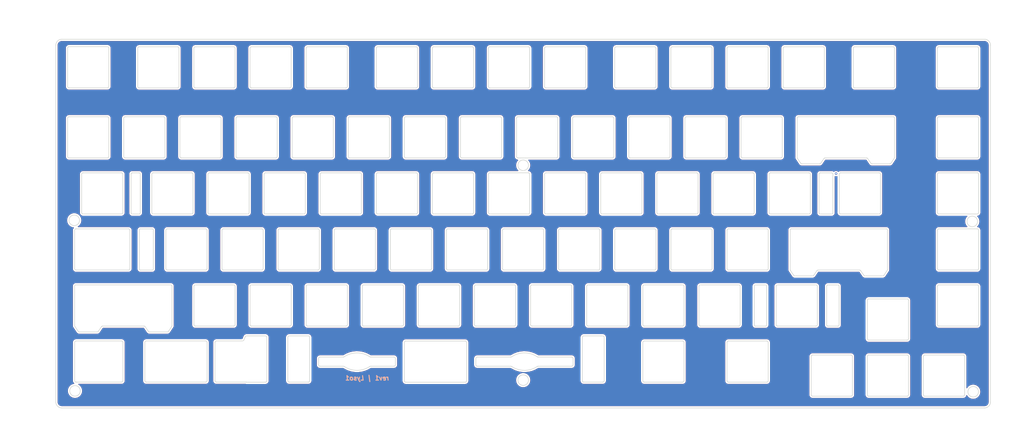
<source format=kicad_pcb>
(kicad_pcb (version 20171130) (host pcbnew "(5.1.7)-1")
  (layers (0 F.Cu signal) (31 B.Cu signal) (34 B.Paste user) (35 F.Paste user) (36 B.SilkS user) (37 F.SilkS user) (38 B.Mask user) (39 F.Mask user) (44 Edge.Cuts user))
  (net 0 "")
  (module "silkart:ssmal lck" (layer F.Cu) (at 143.6089 121.0685)
    (fp_text reference G*** hide)
    (fp_text value LOGO hide)
  )
  (gr_line (start -4.480183 141.909163) (end 308.795167 141.909163) (layer Edge.Cuts) (width 0.2))
  (gr_arc (start 7.5165 115.5975) (end 7.5165 116.0975) (angle -55.9064008) (layer Edge.Cuts) (width 0.2))
  (gr_arc (start 100.371165 128.239176) (end 100.371165 127.739176) (angle -33.75863102) (layer Edge.Cuts) (width 0.2))
  (gr_line (start 32.867956 114.205339) (end 31.751955 115.875313) (layer Edge.Cuts) (width 0.2))
  (gr_line (start 57.351638 118.830596) (end 57.809545 117.730196) (layer Edge.Cuts) (width 0.2))
  (gr_arc (start 48.04 119.6385) (end 48.04 119.1385) (angle -90) (layer Edge.Cuts) (width 0.2))
  (gr_arc (start 58.271172 117.922292) (end 58.271172 117.422292) (angle -67.40644149) (layer Edge.Cuts) (width 0.2))
  (gr_arc (start 91.132513 124.107824) (end 91.132513 124.607824) (angle -33.75863102) (layer Edge.Cuts) (width 0.2))
  (gr_arc (start 172.730157 132.64728) (end 172.230157 132.64728) (angle -90) (layer Edge.Cuts) (width 0.2))
  (gr_arc (start 48.04 132.6385) (end 47.54 132.6385) (angle -90) (layer Edge.Cuts) (width 0.2))
  (gr_arc (start 252.78585 58.4474) (end 252.78585 58.9474) (angle -55.9064008) (layer Edge.Cuts) (width 0.2))
  (gr_line (start 58.1575 133.1385) (end 58.1575 133.1735) (layer Edge.Cuts) (width 0.2))
  (gr_arc (start 64.6575 132.6735) (end 64.6575 133.1735) (angle -90) (layer Edge.Cuts) (width 0.2))
  (gr_arc (start 23.504546 114.4972) (end 23.820802 114.252288) (angle -52.24538858) (layer Edge.Cuts) (width 0.2))
  (gr_line (start 58.1575 133.1735) (end 64.6575 133.1735) (layer Edge.Cuts) (width 0.2))
  (gr_line (start 32.9517 100.498) (end 32.9517 113.960427) (layer Edge.Cuts) (width 0.2))
  (gr_arc (start 100.371165 124.107824) (end 100.093317 124.523517) (angle -33.75863102) (layer Edge.Cuts) (width 0.2))
  (gr_arc (start 83.220877 127.239176) (end 82.720877 127.239176) (angle -90) (layer Edge.Cuts) (width 0.2))
  (gr_line (start 136.58778 124.607824) (end 147.981003 124.607824) (layer Edge.Cuts) (width 0.2))
  (gr_arc (start 152.600329 131.01888) (end 156.941807 124.523517) (angle -67.51726203) (layer Edge.Cuts) (width 0.2))
  (gr_line (start 157.219655 127.739176) (end 168.612878 127.739176) (layer Edge.Cuts) (width 0.2))
  (gr_arc (start 72.75482 132.64728) (end 72.25482 132.64728) (angle -90) (layer Edge.Cuts) (width 0.2))
  (gr_arc (start 72.75482 117.922292) (end 72.75482 117.422292) (angle -90) (layer Edge.Cuts) (width 0.2))
  (gr_arc (start 136.58778 127.239176) (end 136.08778 127.239176) (angle -90) (layer Edge.Cuts) (width 0.2))
  (gr_line (start 136.08778 127.239176) (end 136.08778 125.107824) (layer Edge.Cuts) (width 0.2))
  (gr_arc (start 157.219655 124.107824) (end 156.941807 124.523517) (angle -33.75863102) (layer Edge.Cuts) (width 0.2))
  (gr_line (start 169.112878 127.239176) (end 169.112878 125.107824) (layer Edge.Cuts) (width 0.2))
  (gr_line (start -0.016321 114.205339) (end 1.100911 115.875503) (layer Edge.Cuts) (width 0.2))
  (gr_line (start 65.1575 132.6735) (end 65.1575 117.922292) (layer Edge.Cuts) (width 0.2))
  (gr_line (start 56.890011 119.1385) (end 48.04 119.1385) (layer Edge.Cuts) (width 0.2))
  (gr_arc (start 179.171515 117.922292) (end 179.671515 117.922292) (angle -90) (layer Edge.Cuts) (width 0.2))
  (gr_arc (start 168.612878 127.239176) (end 168.612878 127.739176) (angle -90) (layer Edge.Cuts) (width 0.2))
  (gr_arc (start 25.3365 115.5975) (end 24.9226 115.878012) (angle -55.87341532) (layer Edge.Cuts) (width 0.2))
  (gr_arc (start 108.282801 127.239176) (end 108.282801 127.739176) (angle -90) (layer Edge.Cuts) (width 0.2))
  (gr_arc (start 32.5517 113.960427) (end 32.867956 114.205339) (angle -37.75461142) (layer Edge.Cuts) (width 0.2))
  (gr_arc (start 64.6575 117.922292) (end 65.1575 117.922292) (angle -90) (layer Edge.Cuts) (width 0.2))
  (gr_line (start 147.981003 127.739176) (end 136.58778 127.739176) (layer Edge.Cuts) (width 0.2))
  (gr_arc (start 136.58778 125.107824) (end 136.58778 124.607824) (angle -90) (layer Edge.Cuts) (width 0.2))
  (gr_arc (start 157.219655 128.239176) (end 157.219655 127.739176) (angle -33.75863102) (layer Edge.Cuts) (width 0.2))
  (gr_line (start 246.78585 58.9474) (end 252.78585 58.9474) (layer Edge.Cuts) (width 0.2))
  (gr_line (start 9.030833 114.252288) (end 7.930562 115.877773) (layer Edge.Cuts) (width 0.2))
  (gr_arc (start 0.299935 113.960427) (end -0.100065 113.960427) (angle -37.75461142) (layer Edge.Cuts) (width 0.2))
  (gr_arc (start 147.981003 128.239176) (end 148.25885 127.823483) (angle -33.75863102) (layer Edge.Cuts) (width 0.2))
  (gr_arc (start 152.600329 121.32812) (end 148.25885 127.823483) (angle -67.51726203) (layer Edge.Cuts) (width 0.2))
  (gr_arc (start 1.5165 115.5975) (end 1.100911 115.875503) (angle -56.22003017) (layer Edge.Cuts) (width 0.2))
  (gr_arc (start 56.890011 118.6385) (end 56.890011 119.1385) (angle -67.40644149) (layer Edge.Cuts) (width 0.2))
  (gr_arc (start 31.336238 115.5975) (end 31.336238 116.0975) (angle -56.2461897) (layer Edge.Cuts) (width 0.2))
  (gr_arc (start 172.730157 117.922292) (end 172.730157 117.422292) (angle -90) (layer Edge.Cuts) (width 0.2))
  (gr_line (start 168.612878 124.607824) (end 157.219655 124.607824) (layer Edge.Cuts) (width 0.2))
  (gr_line (start 48.04 133.1385) (end 58.1575 133.1385) (layer Edge.Cuts) (width 0.2))
  (gr_arc (start 83.220877 125.107824) (end 83.220877 124.607824) (angle -90) (layer Edge.Cuts) (width 0.2))
  (gr_arc (start 79.196178 132.64728) (end 79.196178 133.14728) (angle -90) (layer Edge.Cuts) (width 0.2))
  (gr_arc (start 179.171515 132.64728) (end 179.171515 133.14728) (angle -90) (layer Edge.Cuts) (width 0.2))
  (gr_line (start 47.54 119.6385) (end 47.54 132.6385) (layer Edge.Cuts) (width 0.2))
  (gr_arc (start 79.196178 117.922292) (end 79.696178 117.922292) (angle -90) (layer Edge.Cuts) (width 0.2))
  (gr_arc (start 9.347089 114.4972) (end 9.347089 114.0972) (angle -52.24538858) (layer Edge.Cuts) (width 0.2))
  (gr_line (start 270.60585 58.9474) (end 276.605588 58.9474) (layer Edge.Cuts) (width 0.2))
  (gr_arc (start 147.981003 124.107824) (end 147.981003 124.607824) (angle -33.75863102) (layer Edge.Cuts) (width 0.2))
  (gr_arc (start 168.612878 125.107824) (end 169.112878 125.107824) (angle -90) (layer Edge.Cuts) (width 0.2))
  (gr_arc (start 32.5517 100.498) (end 32.9517 100.498) (angle -90) (layer Edge.Cuts) (width 0.2))
  (gr_arc (start 91.132513 128.239176) (end 91.410361 127.823483) (angle -33.75863102) (layer Edge.Cuts) (width 0.2))
  (gr_arc (start 108.282801 125.107824) (end 108.782801 125.107824) (angle -90) (layer Edge.Cuts) (width 0.2))
  (gr_line (start 0.299935 100.098) (end 32.5517 100.098) (layer Edge.Cuts) (width 0.2))
  (gr_line (start 254.616439 56.9471) (end 268.773896 56.9471) (layer Edge.Cuts) (width 0.2))
  (gr_line (start 244.4043 97.0474) (end 250.4043 97.0474) (layer Edge.Cuts) (width 0.2))
  (gr_arc (start 15.783 75.4979) (end 15.783 75.9979) (angle -90) (layer Edge.Cuts) (width 0.2))
  (gr_arc (start 268.2243 96.5474) (end 267.8104 96.827912) (angle -55.87341532) (layer Edge.Cuts) (width 0.2))
  (gr_line (start 268.2243 97.0474) (end 274.224038 97.0474) (layer Edge.Cuts) (width 0.2))
  (gr_arc (start 82.4581 94.5475) (end 82.4581 95.0475) (angle -90) (layer Edge.Cuts) (width 0.2))
  (gr_arc (start 243.187735 94.910327) (end 242.787735 94.910327) (angle -37.75461142) (layer Edge.Cuts) (width 0.2))
  (gr_line (start 25.3365 116.0975) (end 31.336238 116.0975) (layer Edge.Cuts) (width 0.2))
  (gr_arc (start 22.228428 81.461365) (end 22.228428 81.061365) (angle -90) (layer Edge.Cuts) (width 0.2))
  (gr_arc (start 26.214065 94.660565) (end 26.214065 95.060565) (angle -90) (layer Edge.Cuts) (width 0.2))
  (gr_arc (start 2.783 62.4979) (end 2.783 61.9979) (angle -90) (layer Edge.Cuts) (width 0.2))
  (gr_line (start 275.755756 95.155239) (end 274.639755 96.825213) (layer Edge.Cuts) (width 0.2))
  (gr_line (start 251.918633 95.202188) (end 250.818362 96.827673) (layer Edge.Cuts) (width 0.2))
  (gr_arc (start 245.569285 56.810327) (end 245.169285 56.810327) (angle -37.75461142) (layer Edge.Cuts) (width 0.2))
  (gr_line (start 2.783 75.9979) (end 15.783 75.9979) (layer Edge.Cuts) (width 0.2))
  (gr_line (start 278.22105 43.3479) (end 278.22105 56.810327) (layer Edge.Cuts) (width 0.2))
  (gr_arc (start 255.606857 100.511465) (end 255.606857 100.111465) (angle -90) (layer Edge.Cuts) (width 0.2))
  (gr_arc (start 244.4043 96.5474) (end 243.988711 96.825403) (angle -56.22003017) (layer Edge.Cuts) (width 0.2))
  (gr_arc (start 255.606857 113.710665) (end 255.206857 113.710665) (angle -90) (layer Edge.Cuts) (width 0.2))
  (gr_line (start 254.300183 57.102188) (end 253.199912 58.727673) (layer Edge.Cuts) (width 0.2))
  (gr_arc (start 277.82105 56.810327) (end 278.137306 57.055239) (angle -37.75461142) (layer Edge.Cuts) (width 0.2))
  (gr_arc (start 243.187735 81.4479) (end 243.187735 81.0479) (angle -90) (layer Edge.Cuts) (width 0.2))
  (gr_line (start 26.614065 94.660565) (end 26.614065 81.461365) (layer Edge.Cuts) (width 0.2))
  (gr_line (start 15.783 61.9979) (end 2.783 61.9979) (layer Edge.Cuts) (width 0.2))
  (gr_line (start 16.283 75.4979) (end 16.283 62.4979) (layer Edge.Cuts) (width 0.2))
  (gr_arc (start 246.78585 58.4474) (end 246.370261 58.725403) (angle -56.22003017) (layer Edge.Cuts) (width 0.2))
  (gr_line (start 266.708602 95.202188) (end 267.8104 96.827912) (layer Edge.Cuts) (width 0.2))
  (gr_arc (start 275.4395 94.910327) (end 275.755756 95.155239) (angle -37.75461142) (layer Edge.Cuts) (width 0.2))
  (gr_arc (start 252.234889 95.4471) (end 252.234889 95.0471) (angle -52.24538858) (layer Edge.Cuts) (width 0.2))
  (gr_line (start 69.4581 95.0475) (end 82.4581 95.0475) (layer Edge.Cuts) (width 0.2))
  (gr_line (start 26.214065 81.061365) (end 22.228428 81.061365) (layer Edge.Cuts) (width 0.2))
  (gr_arc (start 275.4395 81.4479) (end 275.8395 81.4479) (angle -90) (layer Edge.Cuts) (width 0.2))
  (gr_arc (start 259.019949 113.710665) (end 259.019949 114.110665) (angle -90) (layer Edge.Cuts) (width 0.2))
  (gr_line (start 1.5165 116.0975) (end 7.5165 116.0975) (layer Edge.Cuts) (width 0.2))
  (gr_line (start 269.090152 57.102188) (end 270.19195 58.727912) (layer Edge.Cuts) (width 0.2))
  (gr_line (start 245.169285 56.810327) (end 245.169285 43.3479) (layer Edge.Cuts) (width 0.2))
  (gr_arc (start 276.605588 58.4474) (end 276.605588 58.9474) (angle -56.2461897) (layer Edge.Cuts) (width 0.2))
  (gr_line (start 278.137306 57.055239) (end 277.021305 58.725213) (layer Edge.Cuts) (width 0.2))
  (gr_arc (start 250.4043 96.5474) (end 250.4043 97.0474) (angle -55.9064008) (layer Edge.Cuts) (width 0.2))
  (gr_line (start 242.871479 95.155239) (end 243.988711 96.825403) (layer Edge.Cuts) (width 0.2))
  (gr_line (start 252.234889 95.0471) (end 266.392346 95.0471) (layer Edge.Cuts) (width 0.2))
  (gr_arc (start 2.783 75.4979) (end 2.283 75.4979) (angle -90) (layer Edge.Cuts) (width 0.2))
  (gr_line (start 259.019949 100.111465) (end 255.606857 100.111465) (layer Edge.Cuts) (width 0.2))
  (gr_line (start 82.9581 94.5475) (end 82.9581 81.5475) (layer Edge.Cuts) (width 0.2))
  (gr_line (start 243.187735 81.0479) (end 275.4395 81.0479) (layer Edge.Cuts) (width 0.2))
  (gr_line (start 242.787735 94.910327) (end 242.787735 81.4479) (layer Edge.Cuts) (width 0.2))
  (gr_arc (start 274.224038 96.5474) (end 274.224038 97.0474) (angle -56.2461897) (layer Edge.Cuts) (width 0.2))
  (gr_arc (start 266.392346 95.4471) (end 266.708602 95.202188) (angle -52.24538858) (layer Edge.Cuts) (width 0.2))
  (gr_line (start 259.419949 113.710665) (end 259.419949 100.511465) (layer Edge.Cuts) (width 0.2))
  (gr_line (start 255.606857 114.110665) (end 259.019949 114.110665) (layer Edge.Cuts) (width 0.2))
  (gr_arc (start 15.783 62.4979) (end 16.283 62.4979) (angle -90) (layer Edge.Cuts) (width 0.2))
  (gr_line (start 2.283 62.4979) (end 2.283 75.4979) (layer Edge.Cuts) (width 0.2))
  (gr_line (start 22.228428 95.060565) (end 26.214065 95.060565) (layer Edge.Cuts) (width 0.2))
  (gr_arc (start 82.4581 81.5475) (end 82.9581 81.5475) (angle -90) (layer Edge.Cuts) (width 0.2))
  (gr_arc (start 26.214065 81.461365) (end 26.614065 81.461365) (angle -90) (layer Edge.Cuts) (width 0.2))
  (gr_arc (start 270.60585 58.4474) (end 270.19195 58.727912) (angle -55.87341532) (layer Edge.Cuts) (width 0.2))
  (gr_line (start 255.206857 100.511465) (end 255.206857 113.710665) (layer Edge.Cuts) (width 0.2))
  (gr_line (start 21.828428 81.461365) (end 21.828428 94.660565) (layer Edge.Cuts) (width 0.2))
  (gr_line (start 245.253029 57.055239) (end 246.370261 58.725403) (layer Edge.Cuts) (width 0.2))
  (gr_arc (start 268.773896 57.3471) (end 269.090152 57.102188) (angle -52.24538858) (layer Edge.Cuts) (width 0.2))
  (gr_arc (start 259.019949 100.511465) (end 259.419949 100.511465) (angle -90) (layer Edge.Cuts) (width 0.2))
  (gr_arc (start 22.228428 94.660565) (end 21.828428 94.660565) (angle -90) (layer Edge.Cuts) (width 0.2))
  (gr_line (start 275.8395 81.4479) (end 275.8395 94.910327) (layer Edge.Cuts) (width 0.2))
  (gr_arc (start 254.616439 57.3471) (end 254.616439 56.9471) (angle -52.24538858) (layer Edge.Cuts) (width 0.2))
  (gr_line (start 149.6335 113.5975) (end 149.6335 100.5975) (layer Edge.Cuts) (width 0.2))
  (gr_arc (start 132.4705 119.6735) (end 132.9705 119.6735) (angle -90) (layer Edge.Cuts) (width 0.2))
  (gr_arc (start 132.4705 132.6735) (end 132.4705 133.1735) (angle -90) (layer Edge.Cuts) (width 0.2))
  (gr_line (start 140.3955 62.4979) (end 140.3955 75.4979) (layer Edge.Cuts) (width 0.2))
  (gr_line (start 136.1335 114.0975) (end 149.1335 114.0975) (layer Edge.Cuts) (width 0.2))
  (gr_line (start 149.1335 100.0975) (end 136.1335 100.0975) (layer Edge.Cuts) (width 0.2))
  (gr_line (start 35.3203 32.661) (end 35.3203 19.661) (layer Edge.Cuts) (width 0.2))
  (gr_line (start 153.8955 61.9979) (end 140.8955 61.9979) (layer Edge.Cuts) (width 0.2))
  (gr_line (start 132.9705 132.6735) (end 132.9705 119.6735) (layer Edge.Cuts) (width 0.2))
  (gr_line (start 112.3075 133.1735) (end 132.4705 133.1735) (layer Edge.Cuts) (width 0.2))
  (gr_arc (start 34.8203 32.661) (end 34.8203 33.161) (angle -90) (layer Edge.Cuts) (width 0.2))
  (gr_line (start 132.4705 119.1735) (end 112.3075 119.1735) (layer Edge.Cuts) (width 0.2))
  (gr_line (start 154.3955 75.4979) (end 154.3955 62.4979) (layer Edge.Cuts) (width 0.2))
  (gr_arc (start 34.8203 19.661) (end 35.3203 19.661) (angle -90) (layer Edge.Cuts) (width 0.2))
  (gr_line (start 21.3203 19.661) (end 21.3203 32.661) (layer Edge.Cuts) (width 0.2))
  (gr_arc (start 112.3075 119.6735) (end 112.3075 119.1735) (angle -90) (layer Edge.Cuts) (width 0.2))
  (gr_arc (start 69.4581 94.5475) (end 68.9581 94.5475) (angle -90) (layer Edge.Cuts) (width 0.2))
  (gr_line (start 68.9581 81.5475) (end 68.9581 94.5475) (layer Edge.Cuts) (width 0.2))
  (gr_arc (start 153.8955 75.4979) (end 153.8955 75.9979) (angle -90) (layer Edge.Cuts) (width 0.2))
  (gr_arc (start 69.4581 81.5475) (end 69.4581 81.0475) (angle -90) (layer Edge.Cuts) (width 0.2))
  (gr_line (start 34.8203 19.161) (end 21.8203 19.161) (layer Edge.Cuts) (width 0.2))
  (gr_arc (start 282.4765 124.4235) (end 282.9765 124.4235) (angle -90) (layer Edge.Cuts) (width 0.2))
  (gr_line (start 306.7955 94.5475) (end 306.7955 81.5475) (layer Edge.Cuts) (width 0.2))
  (gr_line (start 82.4581 81.0475) (end 69.4581 81.0475) (layer Edge.Cuts) (width 0.2))
  (gr_arc (start 306.2955 81.5475) (end 306.7955 81.5475) (angle -90) (layer Edge.Cuts) (width 0.2))
  (gr_arc (start 306.2955 94.5475) (end 306.2955 95.0475) (angle -90) (layer Edge.Cuts) (width 0.2))
  (gr_line (start 293.2955 95.0475) (end 306.2955 95.0475) (layer Edge.Cuts) (width 0.2))
  (gr_line (start 188.0205 43.4479) (end 188.0205 56.4479) (layer Edge.Cuts) (width 0.2))
  (gr_arc (start 136.1335 113.5975) (end 135.6335 113.5975) (angle -90) (layer Edge.Cuts) (width 0.2))
  (gr_arc (start 282.4765 137.4235) (end 282.4765 137.9235) (angle -90) (layer Edge.Cuts) (width 0.2))
  (gr_arc (start 140.8955 62.4979) (end 140.8955 61.9979) (angle -90) (layer Edge.Cuts) (width 0.2))
  (gr_arc (start 293.2955 94.5475) (end 292.7955 94.5475) (angle -90) (layer Edge.Cuts) (width 0.2))
  (gr_line (start 292.7955 81.5475) (end 292.7955 94.5475) (layer Edge.Cuts) (width 0.2))
  (gr_line (start 306.2955 81.0475) (end 293.2955 81.0475) (layer Edge.Cuts) (width 0.2))
  (gr_arc (start 293.2955 81.5475) (end 293.2955 81.0475) (angle -90) (layer Edge.Cuts) (width 0.2))
  (gr_line (start 282.9835 118.3605) (end 282.9835 105.3605) (layer Edge.Cuts) (width 0.2))
  (gr_arc (start 188.5205 56.4479) (end 188.0205 56.4479) (angle -90) (layer Edge.Cuts) (width 0.2))
  (gr_line (start 135.6335 100.5975) (end 135.6335 113.5975) (layer Edge.Cuts) (width 0.2))
  (gr_arc (start 21.8203 19.661) (end 21.8203 19.161) (angle -90) (layer Edge.Cuts) (width 0.2))
  (gr_line (start 140.8955 75.9979) (end 153.8955 75.9979) (layer Edge.Cuts) (width 0.2))
  (gr_arc (start 21.8203 32.661) (end 21.3203 32.661) (angle -90) (layer Edge.Cuts) (width 0.2))
  (gr_arc (start 282.4835 105.3605) (end 282.9835 105.3605) (angle -90) (layer Edge.Cuts) (width 0.2))
  (gr_arc (start 282.4835 118.3605) (end 282.4835 118.8605) (angle -90) (layer Edge.Cuts) (width 0.2))
  (gr_arc (start 201.5205 56.4479) (end 201.5205 56.9479) (angle -90) (layer Edge.Cuts) (width 0.2))
  (gr_arc (start 153.8955 62.4979) (end 154.3955 62.4979) (angle -90) (layer Edge.Cuts) (width 0.2))
  (gr_line (start 111.8075 119.6735) (end 111.8075 132.6735) (layer Edge.Cuts) (width 0.2))
  (gr_line (start 282.9765 137.4235) (end 282.9765 124.4235) (layer Edge.Cuts) (width 0.2))
  (gr_line (start 269.4765 137.9235) (end 282.4765 137.9235) (layer Edge.Cuts) (width 0.2))
  (gr_line (start 269.4835 118.8605) (end 282.4835 118.8605) (layer Edge.Cuts) (width 0.2))
  (gr_arc (start 149.1335 100.5975) (end 149.6335 100.5975) (angle -90) (layer Edge.Cuts) (width 0.2))
  (gr_arc (start 140.8955 75.4979) (end 140.3955 75.4979) (angle -90) (layer Edge.Cuts) (width 0.2))
  (gr_arc (start 269.4835 118.3605) (end 268.9835 118.3605) (angle -90) (layer Edge.Cuts) (width 0.2))
  (gr_arc (start 112.3075 132.6735) (end 111.8075 132.6735) (angle -90) (layer Edge.Cuts) (width 0.2))
  (gr_line (start 268.9835 105.3605) (end 268.9835 118.3605) (layer Edge.Cuts) (width 0.2))
  (gr_arc (start 149.1335 113.5975) (end 149.1335 114.0975) (angle -90) (layer Edge.Cuts) (width 0.2))
  (gr_line (start 282.4835 104.8605) (end 269.4835 104.8605) (layer Edge.Cuts) (width 0.2))
  (gr_line (start 21.8203 33.161) (end 34.8203 33.161) (layer Edge.Cuts) (width 0.2))
  (gr_arc (start 136.1335 100.5975) (end 136.1335 100.0975) (angle -90) (layer Edge.Cuts) (width 0.2))
  (gr_arc (start 269.4835 105.3605) (end 269.4835 104.8605) (angle -90) (layer Edge.Cuts) (width 0.2))
  (gr_arc (start 201.5205 43.4479) (end 202.0205 43.4479) (angle -90) (layer Edge.Cuts) (width 0.2))
  (gr_line (start 202.0205 56.4479) (end 202.0205 43.4479) (layer Edge.Cuts) (width 0.2))
  (gr_line (start 188.5205 56.9479) (end 201.5205 56.9479) (layer Edge.Cuts) (width 0.2))
  (gr_arc (start 188.5205 43.4479) (end 188.5205 42.9479) (angle -90) (layer Edge.Cuts) (width 0.2))
  (gr_line (start 201.5205 42.9479) (end 188.5205 42.9479) (layer Edge.Cuts) (width 0.2))
  (gr_arc (start 72.9331 113.5975) (end 72.9331 114.0975) (angle -90) (layer Edge.Cuts) (width 0.2))
  (gr_arc (start 45.6455 62.4979) (end 45.6455 61.9979) (angle -90) (layer Edge.Cuts) (width 0.2))
  (gr_arc (start 72.9331 100.5975) (end 73.4331 100.5975) (angle -90) (layer Edge.Cuts) (width 0.2))
  (gr_arc (start 269.4765 137.4235) (end 268.9765 137.4235) (angle -90) (layer Edge.Cuts) (width 0.2))
  (gr_line (start 259.9575 75.9979) (end 272.9575 75.9979) (layer Edge.Cuts) (width 0.2))
  (gr_arc (start 183.7585 81.5475) (end 183.7585 81.0475) (angle -90) (layer Edge.Cuts) (width 0.2))
  (gr_arc (start 226.6205 56.4479) (end 226.1205 56.4479) (angle -90) (layer Edge.Cuts) (width 0.2))
  (gr_arc (start 58.6455 75.4979) (end 58.6455 75.9979) (angle -90) (layer Edge.Cuts) (width 0.2))
  (gr_arc (start 196.7585 94.5475) (end 196.7585 95.0475) (angle -90) (layer Edge.Cuts) (width 0.2))
  (gr_line (start 72.9331 100.0975) (end 59.9331 100.0975) (layer Edge.Cuts) (width 0.2))
  (gr_arc (start 234.8585 94.5475) (end 234.8585 95.0475) (angle -90) (layer Edge.Cuts) (width 0.2))
  (gr_line (start 268.9765 124.4235) (end 268.9765 137.4235) (layer Edge.Cuts) (width 0.2))
  (gr_arc (start 220.5705 56.4479) (end 220.5705 56.9479) (angle -90) (layer Edge.Cuts) (width 0.2))
  (gr_arc (start 59.9331 100.5975) (end 59.9331 100.0975) (angle -90) (layer Edge.Cuts) (width 0.2))
  (gr_line (start 58.6455 61.9979) (end 45.6455 61.9979) (layer Edge.Cuts) (width 0.2))
  (gr_arc (start 239.6205 43.4479) (end 240.1205 43.4479) (angle -90) (layer Edge.Cuts) (width 0.2))
  (gr_line (start 59.9331 114.0975) (end 72.9331 114.0975) (layer Edge.Cuts) (width 0.2))
  (gr_line (start 87.7205 56.4479) (end 87.7205 43.4479) (layer Edge.Cuts) (width 0.2))
  (gr_line (start 240.1205 56.4479) (end 240.1205 43.4479) (layer Edge.Cuts) (width 0.2))
  (gr_arc (start 207.5705 56.4479) (end 207.0705 56.4479) (angle -90) (layer Edge.Cuts) (width 0.2))
  (gr_line (start 220.5705 42.9479) (end 207.5705 42.9479) (layer Edge.Cuts) (width 0.2))
  (gr_arc (start 226.6205 43.4479) (end 226.6205 42.9479) (angle -90) (layer Edge.Cuts) (width 0.2))
  (gr_line (start 221.3585 81.5475) (end 221.3585 94.5475) (layer Edge.Cuts) (width 0.2))
  (gr_line (start 183.7585 95.0475) (end 196.7585 95.0475) (layer Edge.Cuts) (width 0.2))
  (gr_line (start 45.1455 62.4979) (end 45.1455 75.4979) (layer Edge.Cuts) (width 0.2))
  (gr_arc (start 272.9575 62.4979) (end 273.4575 62.4979) (angle -90) (layer Edge.Cuts) (width 0.2))
  (gr_arc (start 259.9575 75.4979) (end 259.4575 75.4979) (angle -90) (layer Edge.Cuts) (width 0.2))
  (gr_arc (start 207.5705 43.4479) (end 207.5705 42.9479) (angle -90) (layer Edge.Cuts) (width 0.2))
  (gr_line (start 196.7585 81.0475) (end 183.7585 81.0475) (layer Edge.Cuts) (width 0.2))
  (gr_line (start 207.5705 56.9479) (end 220.5705 56.9479) (layer Edge.Cuts) (width 0.2))
  (gr_line (start 45.6455 75.9979) (end 58.6455 75.9979) (layer Edge.Cuts) (width 0.2))
  (gr_line (start 74.2205 56.9479) (end 87.2205 56.9479) (layer Edge.Cuts) (width 0.2))
  (gr_line (start 207.0705 43.4479) (end 207.0705 56.4479) (layer Edge.Cuts) (width 0.2))
  (gr_arc (start 272.9575 75.4979) (end 272.9575 75.9979) (angle -90) (layer Edge.Cuts) (width 0.2))
  (gr_line (start 59.4331 100.5975) (end 59.4331 113.5975) (layer Edge.Cuts) (width 0.2))
  (gr_arc (start 269.4765 124.4235) (end 269.4765 123.9235) (angle -90) (layer Edge.Cuts) (width 0.2))
  (gr_line (start 282.4765 123.9235) (end 269.4765 123.9235) (layer Edge.Cuts) (width 0.2))
  (gr_line (start 273.4575 75.4979) (end 273.4575 62.4979) (layer Edge.Cuts) (width 0.2))
  (gr_arc (start 259.9575 62.4979) (end 259.9575 61.9979) (angle -90) (layer Edge.Cuts) (width 0.2))
  (gr_line (start 272.9575 61.9979) (end 259.9575 61.9979) (layer Edge.Cuts) (width 0.2))
  (gr_line (start 226.6205 56.9479) (end 239.6205 56.9479) (layer Edge.Cuts) (width 0.2))
  (gr_arc (start 196.7585 81.5475) (end 197.2585 81.5475) (angle -90) (layer Edge.Cuts) (width 0.2))
  (gr_line (start 226.1205 43.4479) (end 226.1205 56.4479) (layer Edge.Cuts) (width 0.2))
  (gr_line (start 183.2585 81.5475) (end 183.2585 94.5475) (layer Edge.Cuts) (width 0.2))
  (gr_arc (start 45.6455 75.4979) (end 45.1455 75.4979) (angle -90) (layer Edge.Cuts) (width 0.2))
  (gr_arc (start 221.8585 94.5475) (end 221.3585 94.5475) (angle -90) (layer Edge.Cuts) (width 0.2))
  (gr_line (start 197.2585 94.5475) (end 197.2585 81.5475) (layer Edge.Cuts) (width 0.2))
  (gr_arc (start 234.8585 81.5475) (end 235.3585 81.5475) (angle -90) (layer Edge.Cuts) (width 0.2))
  (gr_arc (start 87.2205 56.4479) (end 87.2205 56.9479) (angle -90) (layer Edge.Cuts) (width 0.2))
  (gr_line (start 221.8585 95.0475) (end 234.8585 95.0475) (layer Edge.Cuts) (width 0.2))
  (gr_line (start 234.8585 81.0475) (end 221.8585 81.0475) (layer Edge.Cuts) (width 0.2))
  (gr_arc (start 87.2205 43.4479) (end 87.7205 43.4479) (angle -90) (layer Edge.Cuts) (width 0.2))
  (gr_line (start 239.6205 42.9479) (end 226.6205 42.9479) (layer Edge.Cuts) (width 0.2))
  (gr_arc (start 183.7585 94.5475) (end 183.2585 94.5475) (angle -90) (layer Edge.Cuts) (width 0.2))
  (gr_line (start 73.4331 113.5975) (end 73.4331 100.5975) (layer Edge.Cuts) (width 0.2))
  (gr_line (start 259.4575 62.4979) (end 259.4575 75.4979) (layer Edge.Cuts) (width 0.2))
  (gr_arc (start 239.6205 56.4479) (end 239.6205 56.9479) (angle -90) (layer Edge.Cuts) (width 0.2))
  (gr_line (start 59.1455 75.4979) (end 59.1455 62.4979) (layer Edge.Cuts) (width 0.2))
  (gr_arc (start 58.6455 62.4979) (end 59.1455 62.4979) (angle -90) (layer Edge.Cuts) (width 0.2))
  (gr_arc (start 221.8585 81.5475) (end 221.8585 81.0475) (angle -90) (layer Edge.Cuts) (width 0.2))
  (gr_arc (start 220.5705 43.4479) (end 221.0705 43.4479) (angle -90) (layer Edge.Cuts) (width 0.2))
  (gr_line (start 221.0705 56.4479) (end 221.0705 43.4479) (layer Edge.Cuts) (width 0.2))
  (gr_arc (start 59.9331 113.5975) (end 59.4331 113.5975) (angle -90) (layer Edge.Cuts) (width 0.2))
  (gr_line (start 235.3585 94.5475) (end 235.3585 81.5475) (layer Edge.Cuts) (width 0.2))
  (gr_arc (start 198.0455 75.4979) (end 197.5455 75.4979) (angle -90) (layer Edge.Cuts) (width 0.2))
  (gr_line (start 235.3445 32.661) (end 235.3445 19.661) (layer Edge.Cuts) (width 0.2))
  (gr_line (start 221.3445 19.661) (end 221.3445 32.661) (layer Edge.Cuts) (width 0.2))
  (gr_arc (start 193.2835 100.5975) (end 193.2835 100.0975) (angle -90) (layer Edge.Cuts) (width 0.2))
  (gr_arc (start 115.7955 75.4979) (end 115.7955 75.9979) (angle -90) (layer Edge.Cuts) (width 0.2))
  (gr_line (start 193.2835 114.0975) (end 206.2835 114.0975) (layer Edge.Cuts) (width 0.2))
  (gr_line (start 211.8335 100.5975) (end 211.8335 113.5975) (layer Edge.Cuts) (width 0.2))
  (gr_arc (start 225.3335 113.5975) (end 225.3335 114.0975) (angle -90) (layer Edge.Cuts) (width 0.2))
  (gr_line (start 73.7205 43.4479) (end 73.7205 56.4479) (layer Edge.Cuts) (width 0.2))
  (gr_arc (start 159.9325 32.661) (end 159.4325 32.661) (angle -90) (layer Edge.Cuts) (width 0.2))
  (gr_arc (start 206.2835 113.5975) (end 206.2835 114.0975) (angle -90) (layer Edge.Cuts) (width 0.2))
  (gr_arc (start 74.2205 43.4479) (end 74.2205 42.9479) (angle -90) (layer Edge.Cuts) (width 0.2))
  (gr_line (start 54.3831 113.5975) (end 54.3831 100.5975) (layer Edge.Cuts) (width 0.2))
  (gr_line (start 211.5455 75.4979) (end 211.5455 62.4979) (layer Edge.Cuts) (width 0.2))
  (gr_arc (start 198.0455 62.4979) (end 198.0455 61.9979) (angle -90) (layer Edge.Cuts) (width 0.2))
  (gr_arc (start 159.9325 19.661) (end 159.9325 19.161) (angle -90) (layer Edge.Cuts) (width 0.2))
  (gr_line (start 225.8335 113.5975) (end 225.8335 100.5975) (layer Edge.Cuts) (width 0.2))
  (gr_line (start 163.9205 56.4479) (end 163.9205 43.4479) (layer Edge.Cuts) (width 0.2))
  (gr_arc (start 193.2835 113.5975) (end 192.7835 113.5975) (angle -90) (layer Edge.Cuts) (width 0.2))
  (gr_arc (start 234.8445 19.661) (end 235.3445 19.661) (angle -90) (layer Edge.Cuts) (width 0.2))
  (gr_line (start 234.8445 19.161) (end 221.8445 19.161) (layer Edge.Cuts) (width 0.2))
  (gr_line (start 116.2955 75.4979) (end 116.2955 62.4979) (layer Edge.Cuts) (width 0.2))
  (gr_line (start 150.4205 56.9479) (end 163.4205 56.9479) (layer Edge.Cuts) (width 0.2))
  (gr_line (start 163.4205 42.9479) (end 150.4205 42.9479) (layer Edge.Cuts) (width 0.2))
  (gr_line (start 40.8831 114.0975) (end 53.8831 114.0975) (layer Edge.Cuts) (width 0.2))
  (gr_line (start 212.3335 114.0975) (end 225.3335 114.0975) (layer Edge.Cuts) (width 0.2))
  (gr_arc (start 40.8831 113.5975) (end 40.3831 113.5975) (angle -90) (layer Edge.Cuts) (width 0.2))
  (gr_arc (start 212.3335 113.5975) (end 211.8335 113.5975) (angle -90) (layer Edge.Cuts) (width 0.2))
  (gr_line (start 40.3831 100.5975) (end 40.3831 113.5975) (layer Edge.Cuts) (width 0.2))
  (gr_arc (start 40.8831 100.5975) (end 40.8831 100.0975) (angle -90) (layer Edge.Cuts) (width 0.2))
  (gr_arc (start 211.0455 62.4979) (end 211.5455 62.4979) (angle -90) (layer Edge.Cuts) (width 0.2))
  (gr_arc (start 206.2835 100.5975) (end 206.7835 100.5975) (angle -90) (layer Edge.Cuts) (width 0.2))
  (gr_arc (start 211.0455 75.4979) (end 211.0455 75.9979) (angle -90) (layer Edge.Cuts) (width 0.2))
  (gr_line (start 206.2835 100.0975) (end 193.2835 100.0975) (layer Edge.Cuts) (width 0.2))
  (gr_arc (start 150.4205 43.4479) (end 150.4205 42.9479) (angle -90) (layer Edge.Cuts) (width 0.2))
  (gr_line (start 159.4325 19.661) (end 159.4325 32.661) (layer Edge.Cuts) (width 0.2))
  (gr_line (start 192.7835 100.5975) (end 192.7835 113.5975) (layer Edge.Cuts) (width 0.2))
  (gr_line (start 225.3335 100.0975) (end 212.3335 100.0975) (layer Edge.Cuts) (width 0.2))
  (gr_arc (start 221.8445 32.661) (end 221.3445 32.661) (angle -90) (layer Edge.Cuts) (width 0.2))
  (gr_arc (start 221.8445 19.661) (end 221.8445 19.161) (angle -90) (layer Edge.Cuts) (width 0.2))
  (gr_line (start 102.7955 75.9979) (end 115.7955 75.9979) (layer Edge.Cuts) (width 0.2))
  (gr_line (start 197.5455 62.4979) (end 197.5455 75.4979) (layer Edge.Cuts) (width 0.2))
  (gr_line (start 172.9325 19.161) (end 159.9325 19.161) (layer Edge.Cuts) (width 0.2))
  (gr_arc (start 172.9325 19.661) (end 173.4325 19.661) (angle -90) (layer Edge.Cuts) (width 0.2))
  (gr_line (start 173.4325 32.661) (end 173.4325 19.661) (layer Edge.Cuts) (width 0.2))
  (gr_line (start 206.7835 113.5975) (end 206.7835 100.5975) (layer Edge.Cuts) (width 0.2))
  (gr_arc (start 212.3335 100.5975) (end 212.3335 100.0975) (angle -90) (layer Edge.Cuts) (width 0.2))
  (gr_arc (start 225.3335 100.5975) (end 225.8335 100.5975) (angle -90) (layer Edge.Cuts) (width 0.2))
  (gr_arc (start 74.2205 56.4479) (end 73.7205 56.4479) (angle -90) (layer Edge.Cuts) (width 0.2))
  (gr_line (start 159.9325 33.161) (end 172.9325 33.161) (layer Edge.Cuts) (width 0.2))
  (gr_arc (start 234.8445 32.661) (end 234.8445 33.161) (angle -90) (layer Edge.Cuts) (width 0.2))
  (gr_line (start 87.2205 42.9479) (end 74.2205 42.9479) (layer Edge.Cuts) (width 0.2))
  (gr_arc (start 53.8831 100.5975) (end 54.3831 100.5975) (angle -90) (layer Edge.Cuts) (width 0.2))
  (gr_arc (start 53.8831 113.5975) (end 53.8831 114.0975) (angle -90) (layer Edge.Cuts) (width 0.2))
  (gr_arc (start 150.4205 56.4479) (end 149.9205 56.4479) (angle -90) (layer Edge.Cuts) (width 0.2))
  (gr_arc (start 172.9325 32.661) (end 172.9325 33.161) (angle -90) (layer Edge.Cuts) (width 0.2))
  (gr_line (start 53.8831 100.0975) (end 40.8831 100.0975) (layer Edge.Cuts) (width 0.2))
  (gr_line (start 198.0455 75.9979) (end 211.0455 75.9979) (layer Edge.Cuts) (width 0.2))
  (gr_line (start 211.0455 61.9979) (end 198.0455 61.9979) (layer Edge.Cuts) (width 0.2))
  (gr_arc (start 163.4205 43.4479) (end 163.9205 43.4479) (angle -90) (layer Edge.Cuts) (width 0.2))
  (gr_line (start 221.8445 33.161) (end 234.8445 33.161) (layer Edge.Cuts) (width 0.2))
  (gr_arc (start 163.4205 56.4479) (end 163.4205 56.9479) (angle -90) (layer Edge.Cuts) (width 0.2))
  (gr_line (start 149.9205 43.4479) (end 149.9205 56.4479) (layer Edge.Cuts) (width 0.2))
  (gr_arc (start 115.7955 62.4979) (end 116.2955 62.4979) (angle -90) (layer Edge.Cuts) (width 0.2))
  (gr_line (start 202.7945 33.161) (end 215.7945 33.161) (layer Edge.Cuts) (width 0.2))
  (gr_line (start 216.3085 94.5475) (end 216.3085 81.5475) (layer Edge.Cuts) (width 0.2))
  (gr_line (start 293.2955 75.9979) (end 306.2955 75.9979) (layer Edge.Cuts) (width 0.2))
  (gr_line (start 215.8085 81.0475) (end 202.8085 81.0475) (layer Edge.Cuts) (width 0.2))
  (gr_line (start 306.7955 75.4979) (end 306.7955 62.4979) (layer Edge.Cuts) (width 0.2))
  (gr_arc (start 306.2955 75.4979) (end 306.2955 75.9979) (angle -90) (layer Edge.Cuts) (width 0.2))
  (gr_line (start 145.6585 95.0475) (end 158.6585 95.0475) (layer Edge.Cuts) (width 0.2))
  (gr_line (start 292.7955 62.4979) (end 292.7955 75.4979) (layer Edge.Cuts) (width 0.2))
  (gr_arc (start 145.6585 94.5475) (end 145.1585 94.5475) (angle -90) (layer Edge.Cuts) (width 0.2))
  (gr_line (start 158.6585 81.0475) (end 145.6585 81.0475) (layer Edge.Cuts) (width 0.2))
  (gr_arc (start 140.8825 32.661) (end 140.3825 32.661) (angle -90) (layer Edge.Cuts) (width 0.2))
  (gr_line (start 202.2945 19.661) (end 202.2945 32.661) (layer Edge.Cuts) (width 0.2))
  (gr_line (start 215.7945 19.161) (end 202.7945 19.161) (layer Edge.Cuts) (width 0.2))
  (gr_arc (start 158.6585 81.5475) (end 159.1585 81.5475) (angle -90) (layer Edge.Cuts) (width 0.2))
  (gr_arc (start 145.6585 81.5475) (end 145.6585 81.0475) (angle -90) (layer Edge.Cuts) (width 0.2))
  (gr_line (start 26.5955 75.9979) (end 39.5955 75.9979) (layer Edge.Cuts) (width 0.2))
  (gr_arc (start 293.2955 62.4979) (end 293.2955 61.9979) (angle -90) (layer Edge.Cuts) (width 0.2))
  (gr_arc (start 39.5955 62.4979) (end 40.0955 62.4979) (angle -90) (layer Edge.Cuts) (width 0.2))
  (gr_arc (start 140.8825 19.661) (end 140.8825 19.161) (angle -90) (layer Edge.Cuts) (width 0.2))
  (gr_arc (start 293.2955 43.4479) (end 293.2955 42.9479) (angle -90) (layer Edge.Cuts) (width 0.2))
  (gr_line (start 159.1585 94.5475) (end 159.1585 81.5475) (layer Edge.Cuts) (width 0.2))
  (gr_line (start 140.3825 19.661) (end 140.3825 32.661) (layer Edge.Cuts) (width 0.2))
  (gr_line (start 292.7955 43.4479) (end 292.7955 56.4479) (layer Edge.Cuts) (width 0.2))
  (gr_arc (start 153.8825 32.661) (end 153.8825 33.161) (angle -90) (layer Edge.Cuts) (width 0.2))
  (gr_arc (start 39.5955 75.4979) (end 39.5955 75.9979) (angle -90) (layer Edge.Cuts) (width 0.2))
  (gr_line (start 115.7955 61.9979) (end 102.7955 61.9979) (layer Edge.Cuts) (width 0.2))
  (gr_line (start 249.9265 124.4235) (end 249.9265 137.4235) (layer Edge.Cuts) (width 0.2))
  (gr_arc (start 263.4265 124.4235) (end 263.9265 124.4235) (angle -90) (layer Edge.Cuts) (width 0.2))
  (gr_line (start 263.9265 137.4235) (end 263.9265 124.4235) (layer Edge.Cuts) (width 0.2))
  (gr_arc (start 250.4265 137.4235) (end 249.9265 137.4235) (angle -90) (layer Edge.Cuts) (width 0.2))
  (gr_line (start 306.2955 61.9979) (end 293.2955 61.9979) (layer Edge.Cuts) (width 0.2))
  (gr_arc (start 153.8825 19.661) (end 154.3825 19.661) (angle -90) (layer Edge.Cuts) (width 0.2))
  (gr_line (start 306.7955 56.4479) (end 306.7955 43.4479) (layer Edge.Cuts) (width 0.2))
  (gr_line (start 140.8825 33.161) (end 153.8825 33.161) (layer Edge.Cuts) (width 0.2))
  (gr_line (start 306.2955 42.9479) (end 293.2955 42.9479) (layer Edge.Cuts) (width 0.2))
  (gr_line (start 102.2955 62.4979) (end 102.2955 75.4979) (layer Edge.Cuts) (width 0.2))
  (gr_line (start 202.8085 95.0475) (end 215.8085 95.0475) (layer Edge.Cuts) (width 0.2))
  (gr_line (start 202.3085 81.5475) (end 202.3085 94.5475) (layer Edge.Cuts) (width 0.2))
  (gr_arc (start 293.2955 56.4479) (end 292.7955 56.4479) (angle -90) (layer Edge.Cuts) (width 0.2))
  (gr_arc (start 263.4265 137.4235) (end 263.4265 137.9235) (angle -90) (layer Edge.Cuts) (width 0.2))
  (gr_arc (start 306.2955 62.4979) (end 306.7955 62.4979) (angle -90) (layer Edge.Cuts) (width 0.2))
  (gr_line (start 154.3825 32.661) (end 154.3825 19.661) (layer Edge.Cuts) (width 0.2))
  (gr_arc (start 250.4265 124.4235) (end 250.4265 123.9235) (angle -90) (layer Edge.Cuts) (width 0.2))
  (gr_arc (start 306.2955 56.4479) (end 306.2955 56.9479) (angle -90) (layer Edge.Cuts) (width 0.2))
  (gr_line (start 293.2955 56.9479) (end 306.2955 56.9479) (layer Edge.Cuts) (width 0.2))
  (gr_arc (start 102.7955 75.4979) (end 102.2955 75.4979) (angle -90) (layer Edge.Cuts) (width 0.2))
  (gr_arc (start 102.7955 62.4979) (end 102.7955 61.9979) (angle -90) (layer Edge.Cuts) (width 0.2))
  (gr_arc (start 158.6585 94.5475) (end 158.6585 95.0475) (angle -90) (layer Edge.Cuts) (width 0.2))
  (gr_line (start 250.4265 137.9235) (end 263.4265 137.9235) (layer Edge.Cuts) (width 0.2))
  (gr_arc (start 215.8085 94.5475) (end 215.8085 95.0475) (angle -90) (layer Edge.Cuts) (width 0.2))
  (gr_arc (start 202.8085 94.5475) (end 202.3085 94.5475) (angle -90) (layer Edge.Cuts) (width 0.2))
  (gr_arc (start 306.2955 43.4479) (end 306.7955 43.4479) (angle -90) (layer Edge.Cuts) (width 0.2))
  (gr_line (start 216.2945 32.661) (end 216.2945 19.661) (layer Edge.Cuts) (width 0.2))
  (gr_arc (start 202.7945 19.661) (end 202.7945 19.161) (angle -90) (layer Edge.Cuts) (width 0.2))
  (gr_arc (start 293.2955 75.4979) (end 292.7955 75.4979) (angle -90) (layer Edge.Cuts) (width 0.2))
  (gr_line (start 145.1585 81.5475) (end 145.1585 94.5475) (layer Edge.Cuts) (width 0.2))
  (gr_line (start 153.8825 19.161) (end 140.8825 19.161) (layer Edge.Cuts) (width 0.2))
  (gr_arc (start 202.7945 32.661) (end 202.2945 32.661) (angle -90) (layer Edge.Cuts) (width 0.2))
  (gr_arc (start 215.7945 19.661) (end 216.2945 19.661) (angle -90) (layer Edge.Cuts) (width 0.2))
  (gr_line (start 40.0955 75.4979) (end 40.0955 62.4979) (layer Edge.Cuts) (width 0.2))
  (gr_line (start 263.4265 123.9235) (end 250.4265 123.9235) (layer Edge.Cuts) (width 0.2))
  (gr_arc (start 215.8085 81.5475) (end 216.3085 81.5475) (angle -90) (layer Edge.Cuts) (width 0.2))
  (gr_arc (start 215.7945 32.661) (end 215.7945 33.161) (angle -90) (layer Edge.Cuts) (width 0.2))
  (gr_arc (start 202.8085 81.5475) (end 202.8085 81.0475) (angle -90) (layer Edge.Cuts) (width 0.2))
  (gr_arc (start 301.5265 124.4235) (end 302.0265 124.4235) (angle -90) (layer Edge.Cuts) (width 0.2))
  (gr_arc (start 301.5265 137.4235) (end 301.5265 137.9235) (angle -90) (layer Edge.Cuts) (width 0.2))
  (gr_line (start 288.5265 137.9235) (end 301.5265 137.9235) (layer Edge.Cuts) (width 0.2))
  (gr_arc (start 134.8325 19.661) (end 135.3325 19.661) (angle -90) (layer Edge.Cuts) (width 0.2))
  (gr_arc (start 251.5275 100.5975) (end 252.0275 100.5975) (angle -90) (layer Edge.Cuts) (width 0.2))
  (gr_arc (start 288.5265 124.4235) (end 288.5265 123.9235) (angle -90) (layer Edge.Cuts) (width 0.2))
  (gr_arc (start 121.8325 32.661) (end 121.3325 32.661) (angle -90) (layer Edge.Cuts) (width 0.2))
  (gr_arc (start 121.8325 19.661) (end 121.8325 19.161) (angle -90) (layer Edge.Cuts) (width 0.2))
  (gr_arc (start 238.5275 100.5975) (end 238.5275 100.0975) (angle -90) (layer Edge.Cuts) (width 0.2))
  (gr_arc (start 238.5275 113.5975) (end 238.0275 113.5975) (angle -90) (layer Edge.Cuts) (width 0.2))
  (gr_line (start 251.5275 100.0975) (end 238.5275 100.0975) (layer Edge.Cuts) (width 0.2))
  (gr_line (start 288.0265 124.4235) (end 288.0265 137.4235) (layer Edge.Cuts) (width 0.2))
  (gr_line (start 121.8325 33.161) (end 134.8325 33.161) (layer Edge.Cuts) (width 0.2))
  (gr_line (start 238.0275 100.5975) (end 238.0275 113.5975) (layer Edge.Cuts) (width 0.2))
  (gr_arc (start 249.1455 75.4979) (end 249.1455 75.9979) (angle -90) (layer Edge.Cuts) (width 0.2))
  (gr_line (start 16.5705 43.4479) (end 16.5705 56.4479) (layer Edge.Cuts) (width 0.2))
  (gr_arc (start 15.799 119.6385) (end 16.299 119.6385) (angle -90) (layer Edge.Cuts) (width 0.2))
  (gr_arc (start 0.4178 119.6385) (end 0.4178 119.1385) (angle -90) (layer Edge.Cuts) (width 0.2))
  (gr_arc (start 26.5955 75.4979) (end 26.0955 75.4979) (angle -90) (layer Edge.Cuts) (width 0.2))
  (gr_line (start 26.0955 62.4979) (end 26.0955 75.4979) (layer Edge.Cuts) (width 0.2))
  (gr_arc (start 26.5955 62.4979) (end 26.5955 61.9979) (angle -90) (layer Edge.Cuts) (width 0.2))
  (gr_line (start 39.5955 61.9979) (end 26.5955 61.9979) (layer Edge.Cuts) (width 0.2))
  (gr_arc (start 40.8703 19.661) (end 40.8703 19.161) (angle -90) (layer Edge.Cuts) (width 0.2))
  (gr_line (start 40.8703 33.161) (end 53.8703 33.161) (layer Edge.Cuts) (width 0.2))
  (gr_arc (start 30.0705 43.4479) (end 30.5705 43.4479) (angle -90) (layer Edge.Cuts) (width 0.2))
  (gr_line (start 30.5705 56.4479) (end 30.5705 43.4479) (layer Edge.Cuts) (width 0.2))
  (gr_arc (start 30.0705 56.4479) (end 30.0705 56.9479) (angle -90) (layer Edge.Cuts) (width 0.2))
  (gr_line (start 17.0705 56.9479) (end 30.0705 56.9479) (layer Edge.Cuts) (width 0.2))
  (gr_arc (start 96.7455 75.4979) (end 96.7455 75.9979) (angle -90) (layer Edge.Cuts) (width 0.2))
  (gr_arc (start 134.8325 32.661) (end 134.8325 33.161) (angle -90) (layer Edge.Cuts) (width 0.2))
  (gr_line (start 252.0275 113.5975) (end 252.0275 100.5975) (layer Edge.Cuts) (width 0.2))
  (gr_arc (start 53.8703 19.661) (end 54.3703 19.661) (angle -90) (layer Edge.Cuts) (width 0.2))
  (gr_arc (start 17.0705 56.4479) (end 16.5705 56.4479) (angle -90) (layer Edge.Cuts) (width 0.2))
  (gr_arc (start 83.7455 75.4979) (end 83.2455 75.4979) (angle -90) (layer Edge.Cuts) (width 0.2))
  (gr_arc (start 15.799 132.6385) (end 15.799 133.1385) (angle -90) (layer Edge.Cuts) (width 0.2))
  (gr_arc (start 83.7455 62.4979) (end 83.7455 61.9979) (angle -90) (layer Edge.Cuts) (width 0.2))
  (gr_line (start 135.3325 32.661) (end 135.3325 19.661) (layer Edge.Cuts) (width 0.2))
  (gr_arc (start 17.0705 43.4479) (end 17.0705 42.9479) (angle -90) (layer Edge.Cuts) (width 0.2))
  (gr_line (start 236.1455 75.9979) (end 249.1455 75.9979) (layer Edge.Cuts) (width 0.2))
  (gr_arc (start 251.5275 113.5975) (end 251.5275 114.0975) (angle -90) (layer Edge.Cuts) (width 0.2))
  (gr_line (start 249.6455 75.4979) (end 249.6455 62.4979) (layer Edge.Cuts) (width 0.2))
  (gr_arc (start 96.7455 62.4979) (end 97.2455 62.4979) (angle -90) (layer Edge.Cuts) (width 0.2))
  (gr_line (start 83.2455 62.4979) (end 83.2455 75.4979) (layer Edge.Cuts) (width 0.2))
  (gr_line (start 30.0705 42.9479) (end 17.0705 42.9479) (layer Edge.Cuts) (width 0.2))
  (gr_line (start 16.299 132.6385) (end 16.299 119.6385) (layer Edge.Cuts) (width 0.2))
  (gr_line (start 97.2455 75.4979) (end 97.2455 62.4979) (layer Edge.Cuts) (width 0.2))
  (gr_line (start 301.5265 123.9235) (end 288.5265 123.9235) (layer Edge.Cuts) (width 0.2))
  (gr_line (start 96.7455 61.9979) (end 83.7455 61.9979) (layer Edge.Cuts) (width 0.2))
  (gr_line (start 15.799 119.1385) (end 0.4178 119.1385) (layer Edge.Cuts) (width 0.2))
  (gr_line (start -0.0822 119.6385) (end -0.0822 132.6385) (layer Edge.Cuts) (width 0.2))
  (gr_line (start 121.3325 19.661) (end 121.3325 32.661) (layer Edge.Cuts) (width 0.2))
  (gr_line (start 54.3703 32.661) (end 54.3703 19.661) (layer Edge.Cuts) (width 0.2))
  (gr_line (start 40.3703 19.661) (end 40.3703 32.661) (layer Edge.Cuts) (width 0.2))
  (gr_arc (start 40.8703 32.661) (end 40.3703 32.661) (angle -90) (layer Edge.Cuts) (width 0.2))
  (gr_line (start 134.8325 19.161) (end 121.8325 19.161) (layer Edge.Cuts) (width 0.2))
  (gr_arc (start 288.5265 137.4235) (end 288.0265 137.4235) (angle -90) (layer Edge.Cuts) (width 0.2))
  (gr_arc (start 249.1455 62.4979) (end 249.6455 62.4979) (angle -90) (layer Edge.Cuts) (width 0.2))
  (gr_line (start 238.5275 114.0975) (end 251.5275 114.0975) (layer Edge.Cuts) (width 0.2))
  (gr_line (start 0.4178 133.1385) (end 15.799 133.1385) (layer Edge.Cuts) (width 0.2))
  (gr_arc (start 0.4178 132.6385) (end -0.0822 132.6385) (angle -90) (layer Edge.Cuts) (width 0.2))
  (gr_line (start 302.0265 137.4235) (end 302.0265 124.4235) (layer Edge.Cuts) (width 0.2))
  (gr_arc (start 53.8703 32.661) (end 53.8703 33.161) (angle -90) (layer Edge.Cuts) (width 0.2))
  (gr_line (start 53.8703 19.161) (end 40.8703 19.161) (layer Edge.Cuts) (width 0.2))
  (gr_line (start 83.7455 75.9979) (end 96.7455 75.9979) (layer Edge.Cuts) (width 0.2))
  (gr_arc (start 98.0335 100.5975) (end 98.0335 100.0975) (angle -90) (layer Edge.Cuts) (width 0.2))
  (gr_arc (start 36.1205 56.4479) (end 35.6205 56.4479) (angle -90) (layer Edge.Cuts) (width 0.2))
  (gr_line (start 126.6085 95.0475) (end 139.6085 95.0475) (layer Edge.Cuts) (width 0.2))
  (gr_arc (start 68.1705 56.4479) (end 68.1705 56.9479) (angle -90) (layer Edge.Cuts) (width 0.2))
  (gr_arc (start 55.1705 56.4479) (end 54.6705 56.4479) (angle -90) (layer Edge.Cuts) (width 0.2))
  (gr_line (start 98.0335 114.0975) (end 111.0335 114.0975) (layer Edge.Cuts) (width 0.2))
  (gr_arc (start 144.3705 43.4479) (end 144.8705 43.4479) (angle -90) (layer Edge.Cuts) (width 0.2))
  (gr_line (start 168.6835 113.5975) (end 168.6835 100.5975) (layer Edge.Cuts) (width 0.2))
  (gr_line (start 168.1835 100.0975) (end 155.1835 100.0975) (layer Edge.Cuts) (width 0.2))
  (gr_line (start 139.6085 81.0475) (end 126.6085 81.0475) (layer Edge.Cuts) (width 0.2))
  (gr_line (start 111.0335 100.0975) (end 98.0335 100.0975) (layer Edge.Cuts) (width 0.2))
  (gr_line (start 106.7705 56.4479) (end 106.7705 43.4479) (layer Edge.Cuts) (width 0.2))
  (gr_arc (start 36.1205 43.4479) (end 36.1205 42.9479) (angle -90) (layer Edge.Cuts) (width 0.2))
  (gr_arc (start 236.1455 75.4979) (end 235.6455 75.4979) (angle -90) (layer Edge.Cuts) (width 0.2))
  (gr_arc (start 126.6085 94.5475) (end 126.1085 94.5475) (angle -90) (layer Edge.Cuts) (width 0.2))
  (gr_line (start 249.1455 61.9979) (end 236.1455 61.9979) (layer Edge.Cuts) (width 0.2))
  (gr_line (start 130.8705 43.4479) (end 130.8705 56.4479) (layer Edge.Cuts) (width 0.2))
  (gr_line (start 49.1205 42.9479) (end 36.1205 42.9479) (layer Edge.Cuts) (width 0.2))
  (gr_arc (start 131.3705 43.4479) (end 131.3705 42.9479) (angle -90) (layer Edge.Cuts) (width 0.2))
  (gr_line (start 235.6455 62.4979) (end 235.6455 75.4979) (layer Edge.Cuts) (width 0.2))
  (gr_line (start 54.6705 43.4479) (end 54.6705 56.4479) (layer Edge.Cuts) (width 0.2))
  (gr_line (start 155.1835 114.0975) (end 168.1835 114.0975) (layer Edge.Cuts) (width 0.2))
  (gr_arc (start 115.7825 32.661) (end 115.7825 33.161) (angle -90) (layer Edge.Cuts) (width 0.2))
  (gr_arc (start 111.0335 100.5975) (end 111.5335 100.5975) (angle -90) (layer Edge.Cuts) (width 0.2))
  (gr_arc (start 139.6085 94.5475) (end 139.6085 95.0475) (angle -90) (layer Edge.Cuts) (width 0.2))
  (gr_arc (start 236.1455 62.4979) (end 236.1455 61.9979) (angle -90) (layer Edge.Cuts) (width 0.2))
  (gr_line (start 55.1705 56.9479) (end 68.1705 56.9479) (layer Edge.Cuts) (width 0.2))
  (gr_line (start 68.1705 42.9479) (end 55.1705 42.9479) (layer Edge.Cuts) (width 0.2))
  (gr_line (start 92.7705 43.4479) (end 92.7705 56.4479) (layer Edge.Cuts) (width 0.2))
  (gr_arc (start 98.0335 113.5975) (end 97.5335 113.5975) (angle -90) (layer Edge.Cuts) (width 0.2))
  (gr_arc (start 139.6085 81.5475) (end 140.1085 81.5475) (angle -90) (layer Edge.Cuts) (width 0.2))
  (gr_arc (start 106.2705 56.4479) (end 106.2705 56.9479) (angle -90) (layer Edge.Cuts) (width 0.2))
  (gr_line (start 144.8705 56.4479) (end 144.8705 43.4479) (layer Edge.Cuts) (width 0.2))
  (gr_line (start 106.2705 42.9479) (end 93.2705 42.9479) (layer Edge.Cuts) (width 0.2))
  (gr_arc (start 49.1205 43.4479) (end 49.6205 43.4479) (angle -90) (layer Edge.Cuts) (width 0.2))
  (gr_line (start 35.6205 43.4479) (end 35.6205 56.4479) (layer Edge.Cuts) (width 0.2))
  (gr_arc (start 68.1705 43.4479) (end 68.6705 43.4479) (angle -90) (layer Edge.Cuts) (width 0.2))
  (gr_line (start 68.6705 56.4479) (end 68.6705 43.4479) (layer Edge.Cuts) (width 0.2))
  (gr_arc (start 55.1705 43.4479) (end 55.1705 42.9479) (angle -90) (layer Edge.Cuts) (width 0.2))
  (gr_arc (start 106.2705 43.4479) (end 106.7705 43.4479) (angle -90) (layer Edge.Cuts) (width 0.2))
  (gr_arc (start 93.2705 43.4479) (end 93.2705 42.9479) (angle -90) (layer Edge.Cuts) (width 0.2))
  (gr_line (start 126.1085 81.5475) (end 126.1085 94.5475) (layer Edge.Cuts) (width 0.2))
  (gr_arc (start 168.1835 100.5975) (end 168.6835 100.5975) (angle -90) (layer Edge.Cuts) (width 0.2))
  (gr_arc (start 111.0335 113.5975) (end 111.0335 114.0975) (angle -90) (layer Edge.Cuts) (width 0.2))
  (gr_arc (start 93.2705 56.4479) (end 92.7705 56.4479) (angle -90) (layer Edge.Cuts) (width 0.2))
  (gr_line (start 116.2825 32.661) (end 116.2825 19.661) (layer Edge.Cuts) (width 0.2))
  (gr_line (start 131.3705 56.9479) (end 144.3705 56.9479) (layer Edge.Cuts) (width 0.2))
  (gr_arc (start 131.3705 56.4479) (end 130.8705 56.4479) (angle -90) (layer Edge.Cuts) (width 0.2))
  (gr_line (start 140.1085 94.5475) (end 140.1085 81.5475) (layer Edge.Cuts) (width 0.2))
  (gr_line (start 97.5335 100.5975) (end 97.5335 113.5975) (layer Edge.Cuts) (width 0.2))
  (gr_arc (start 115.7825 19.661) (end 116.2825 19.661) (angle -90) (layer Edge.Cuts) (width 0.2))
  (gr_arc (start 126.6085 81.5475) (end 126.6085 81.0475) (angle -90) (layer Edge.Cuts) (width 0.2))
  (gr_arc (start 155.1835 113.5975) (end 154.6835 113.5975) (angle -90) (layer Edge.Cuts) (width 0.2))
  (gr_line (start 111.5335 113.5975) (end 111.5335 100.5975) (layer Edge.Cuts) (width 0.2))
  (gr_arc (start 168.1835 113.5975) (end 168.1835 114.0975) (angle -90) (layer Edge.Cuts) (width 0.2))
  (gr_line (start 49.6205 56.4479) (end 49.6205 43.4479) (layer Edge.Cuts) (width 0.2))
  (gr_line (start 144.3705 42.9479) (end 131.3705 42.9479) (layer Edge.Cuts) (width 0.2))
  (gr_arc (start 155.1835 100.5975) (end 155.1835 100.0975) (angle -90) (layer Edge.Cuts) (width 0.2))
  (gr_arc (start 49.1205 56.4479) (end 49.1205 56.9479) (angle -90) (layer Edge.Cuts) (width 0.2))
  (gr_arc (start 144.3705 56.4479) (end 144.3705 56.9479) (angle -90) (layer Edge.Cuts) (width 0.2))
  (gr_line (start 102.7825 33.161) (end 115.7825 33.161) (layer Edge.Cuts) (width 0.2))
  (gr_line (start 154.6835 100.5975) (end 154.6835 113.5975) (layer Edge.Cuts) (width 0.2))
  (gr_line (start 93.2705 56.9479) (end 106.2705 56.9479) (layer Edge.Cuts) (width 0.2))
  (gr_line (start 36.1205 56.9479) (end 49.1205 56.9479) (layer Edge.Cuts) (width 0.2))
  (gr_arc (start 91.9831 113.5975) (end 91.9831 114.0975) (angle -90) (layer Edge.Cuts) (width 0.2))
  (gr_line (start 111.8205 43.4479) (end 111.8205 56.4479) (layer Edge.Cuts) (width 0.2))
  (gr_arc (start 78.9831 100.5975) (end 78.9831 100.0975) (angle -90) (layer Edge.Cuts) (width 0.2))
  (gr_line (start 77.6955 61.9979) (end 64.6955 61.9979) (layer Edge.Cuts) (width 0.2))
  (gr_line (start 112.3205 56.9479) (end 125.3205 56.9479) (layer Edge.Cuts) (width 0.2))
  (gr_arc (start 64.6955 75.4979) (end 64.1955 75.4979) (angle -90) (layer Edge.Cuts) (width 0.2))
  (gr_arc (start 169.4705 43.4479) (end 169.4705 42.9479) (angle -90) (layer Edge.Cuts) (width 0.2))
  (gr_line (start 169.4705 56.9479) (end 182.4705 56.9479) (layer Edge.Cuts) (width 0.2))
  (gr_arc (start 217.0955 75.4979) (end 216.5955 75.4979) (angle -90) (layer Edge.Cuts) (width 0.2))
  (gr_line (start 125.3205 42.9479) (end 112.3205 42.9479) (layer Edge.Cuts) (width 0.2))
  (gr_line (start 64.6955 75.9979) (end 77.6955 75.9979) (layer Edge.Cuts) (width 0.2))
  (gr_line (start 11.5205 32.6356) (end 11.5205 19.6356) (layer Edge.Cuts) (width 0.2))
  (gr_arc (start 217.0955 62.4979) (end 217.0955 61.9979) (angle -90) (layer Edge.Cuts) (width 0.2))
  (gr_arc (start 11.0205 32.6356) (end 11.0205 33.1356) (angle -90) (layer Edge.Cuts) (width 0.2))
  (gr_line (start 230.0955 61.9979) (end 217.0955 61.9979) (layer Edge.Cuts) (width 0.2))
  (gr_arc (start 277.7155 32.661) (end 277.7155 33.161) (angle -90) (layer Edge.Cuts) (width 0.2))
  (gr_arc (start 182.4705 56.4479) (end 182.4705 56.9479) (angle -90) (layer Edge.Cuts) (width 0.2))
  (gr_line (start 64.1955 62.4979) (end 64.1955 75.4979) (layer Edge.Cuts) (width 0.2))
  (gr_line (start 92.4831 113.5975) (end 92.4831 100.5975) (layer Edge.Cuts) (width 0.2))
  (gr_arc (start 125.3205 43.4479) (end 125.8205 43.4479) (angle -90) (layer Edge.Cuts) (width 0.2))
  (gr_arc (start 293.2905 32.661) (end 292.7905 32.661) (angle -90) (layer Edge.Cuts) (width 0.2))
  (gr_arc (start 125.3205 56.4479) (end 125.3205 56.9479) (angle -90) (layer Edge.Cuts) (width 0.2))
  (gr_arc (start 264.7155 32.661) (end 264.2155 32.661) (angle -90) (layer Edge.Cuts) (width 0.2))
  (gr_arc (start 77.6955 62.4979) (end 78.1955 62.4979) (angle -90) (layer Edge.Cuts) (width 0.2))
  (gr_line (start 277.7155 19.161) (end 264.7155 19.161) (layer Edge.Cuts) (width 0.2))
  (gr_arc (start 169.4705 56.4479) (end 168.9705 56.4479) (angle -90) (layer Edge.Cuts) (width 0.2))
  (gr_arc (start 293.2905 19.661) (end 293.2905 19.161) (angle -90) (layer Edge.Cuts) (width 0.2))
  (gr_line (start 168.9705 43.4479) (end 168.9705 56.4479) (layer Edge.Cuts) (width 0.2))
  (gr_line (start 78.1955 75.4979) (end 78.1955 62.4979) (layer Edge.Cuts) (width 0.2))
  (gr_line (start 306.7905 32.661) (end 306.7905 19.661) (layer Edge.Cuts) (width 0.2))
  (gr_line (start 292.7905 19.661) (end 292.7905 32.661) (layer Edge.Cuts) (width 0.2))
  (gr_arc (start 306.2905 32.661) (end 306.2905 33.161) (angle -90) (layer Edge.Cuts) (width 0.2))
  (gr_arc (start 182.4705 43.4479) (end 182.9705 43.4479) (angle -90) (layer Edge.Cuts) (width 0.2))
  (gr_arc (start 306.2905 19.661) (end 306.7905 19.661) (angle -90) (layer Edge.Cuts) (width 0.2))
  (gr_arc (start 64.6955 62.4979) (end 64.6955 61.9979) (angle -90) (layer Edge.Cuts) (width 0.2))
  (gr_arc (start 91.9831 100.5975) (end 92.4831 100.5975) (angle -90) (layer Edge.Cuts) (width 0.2))
  (gr_line (start 78.4831 100.5975) (end 78.4831 113.5975) (layer Edge.Cuts) (width 0.2))
  (gr_line (start 91.9831 100.0975) (end 78.9831 100.0975) (layer Edge.Cuts) (width 0.2))
  (gr_arc (start 112.3205 56.4479) (end 111.8205 56.4479) (angle -90) (layer Edge.Cuts) (width 0.2))
  (gr_line (start 293.2905 33.161) (end 306.2905 33.161) (layer Edge.Cuts) (width 0.2))
  (gr_arc (start 112.3205 43.4479) (end 112.3205 42.9479) (angle -90) (layer Edge.Cuts) (width 0.2))
  (gr_arc (start 102.7825 32.661) (end 102.2825 32.661) (angle -90) (layer Edge.Cuts) (width 0.2))
  (gr_arc (start 277.7155 19.661) (end 278.2155 19.661) (angle -90) (layer Edge.Cuts) (width 0.2))
  (gr_line (start 306.2905 19.161) (end 293.2905 19.161) (layer Edge.Cuts) (width 0.2))
  (gr_line (start 102.2825 19.661) (end 102.2825 32.661) (layer Edge.Cuts) (width 0.2))
  (gr_arc (start 77.6955 75.4979) (end 77.6955 75.9979) (angle -90) (layer Edge.Cuts) (width 0.2))
  (gr_line (start 182.4705 42.9479) (end 169.4705 42.9479) (layer Edge.Cuts) (width 0.2))
  (gr_line (start 182.9705 56.4479) (end 182.9705 43.4479) (layer Edge.Cuts) (width 0.2))
  (gr_arc (start 102.7825 19.661) (end 102.7825 19.161) (angle -90) (layer Edge.Cuts) (width 0.2))
  (gr_line (start 115.7825 19.161) (end 102.7825 19.161) (layer Edge.Cuts) (width 0.2))
  (gr_line (start 78.9831 114.0975) (end 91.9831 114.0975) (layer Edge.Cuts) (width 0.2))
  (gr_arc (start 230.0955 62.4979) (end 230.5955 62.4979) (angle -90) (layer Edge.Cuts) (width 0.2))
  (gr_line (start 230.5955 75.4979) (end 230.5955 62.4979) (layer Edge.Cuts) (width 0.2))
  (gr_arc (start 230.0955 75.4979) (end 230.0955 75.9979) (angle -90) (layer Edge.Cuts) (width 0.2))
  (gr_line (start 264.2155 19.661) (end 264.2155 32.661) (layer Edge.Cuts) (width 0.2))
  (gr_line (start 217.0955 75.9979) (end 230.0955 75.9979) (layer Edge.Cuts) (width 0.2))
  (gr_line (start 216.5955 62.4979) (end 216.5955 75.4979) (layer Edge.Cuts) (width 0.2))
  (gr_line (start 278.2155 32.661) (end 278.2155 19.661) (layer Edge.Cuts) (width 0.2))
  (gr_line (start -1.9795 33.1356) (end 11.0205 33.1356) (layer Edge.Cuts) (width 0.2))
  (gr_line (start 264.7155 33.161) (end 277.7155 33.161) (layer Edge.Cuts) (width 0.2))
  (gr_arc (start 78.9831 113.5975) (end 78.4831 113.5975) (angle -90) (layer Edge.Cuts) (width 0.2))
  (gr_arc (start 264.7155 19.661) (end 264.7155 19.161) (angle -90) (layer Edge.Cuts) (width 0.2))
  (gr_arc (start 11.0205 19.6356) (end 11.5205 19.6356) (angle -90) (layer Edge.Cuts) (width 0.2))
  (gr_line (start 125.8205 56.4479) (end 125.8205 43.4479) (layer Edge.Cuts) (width 0.2))
  (gr_line (start 196.7445 19.161) (end 183.7445 19.161) (layer Edge.Cuts) (width 0.2))
  (gr_arc (start -1.9795 56.4479) (end -2.4795 56.4479) (angle -90) (layer Edge.Cuts) (width 0.2))
  (gr_line (start -2.4795 43.4479) (end -2.4795 56.4479) (layer Edge.Cuts) (width 0.2))
  (gr_arc (start 196.7445 32.661) (end 196.7445 33.161) (angle -90) (layer Edge.Cuts) (width 0.2))
  (gr_line (start 121.8455 75.9979) (end 134.8455 75.9979) (layer Edge.Cuts) (width 0.2))
  (gr_line (start 197.2445 32.661) (end 197.2445 19.661) (layer Edge.Cuts) (width 0.2))
  (gr_line (start 50.4081 95.0475) (end 63.4081 95.0475) (layer Edge.Cuts) (width 0.2))
  (gr_line (start 206.7765 132.6605) (end 206.7765 119.6605) (layer Edge.Cuts) (width 0.2))
  (gr_line (start 193.2765 133.1605) (end 206.2765 133.1605) (layer Edge.Cuts) (width 0.2))
  (gr_line (start 49.9081 81.5475) (end 49.9081 94.5475) (layer Edge.Cuts) (width 0.2))
  (gr_line (start 206.2765 119.1605) (end 193.2765 119.1605) (layer Edge.Cuts) (width 0.2))
  (gr_line (start 135.3455 75.4979) (end 135.3455 62.4979) (layer Edge.Cuts) (width 0.2))
  (gr_arc (start 193.2765 132.6605) (end 192.7765 132.6605) (angle -90) (layer Edge.Cuts) (width 0.2))
  (gr_line (start 183.7445 33.161) (end 196.7445 33.161) (layer Edge.Cuts) (width 0.2))
  (gr_line (start 121.3455 62.4979) (end 121.3455 75.4979) (layer Edge.Cuts) (width 0.2))
  (gr_arc (start 196.7445 19.661) (end 197.2445 19.661) (angle -90) (layer Edge.Cuts) (width 0.2))
  (gr_arc (start 193.2765 119.6605) (end 193.2765 119.1605) (angle -90) (layer Edge.Cuts) (width 0.2))
  (gr_arc (start -1.9795 43.4479) (end -1.9795 42.9479) (angle -90) (layer Edge.Cuts) (width 0.2))
  (gr_arc (start 50.4081 81.5475) (end 50.4081 81.0475) (angle -90) (layer Edge.Cuts) (width 0.2))
  (gr_arc (start 134.8455 75.4979) (end 134.8455 75.9979) (angle -90) (layer Edge.Cuts) (width 0.2))
  (gr_line (start 63.4081 81.0475) (end 50.4081 81.0475) (layer Edge.Cuts) (width 0.2))
  (gr_arc (start 121.8455 62.4979) (end 121.8455 61.9979) (angle -90) (layer Edge.Cuts) (width 0.2))
  (gr_line (start 183.2445 19.661) (end 183.2445 32.661) (layer Edge.Cuts) (width 0.2))
  (gr_line (start 178.4955 62.4979) (end 178.4955 75.4979) (layer Edge.Cuts) (width 0.2))
  (gr_line (start 191.9955 61.9979) (end 178.9955 61.9979) (layer Edge.Cuts) (width 0.2))
  (gr_arc (start 121.8455 75.4979) (end 121.3455 75.4979) (angle -90) (layer Edge.Cuts) (width 0.2))
  (gr_line (start 192.4955 75.4979) (end 192.4955 62.4979) (layer Edge.Cuts) (width 0.2))
  (gr_arc (start 63.4081 94.5475) (end 63.4081 95.0475) (angle -90) (layer Edge.Cuts) (width 0.2))
  (gr_line (start 11.0205 42.9479) (end -1.9795 42.9479) (layer Edge.Cuts) (width 0.2))
  (gr_arc (start 63.4081 81.5475) (end 63.9081 81.5475) (angle -90) (layer Edge.Cuts) (width 0.2))
  (gr_arc (start 183.7445 32.661) (end 183.2445 32.661) (angle -90) (layer Edge.Cuts) (width 0.2))
  (gr_line (start 63.9081 94.5475) (end 63.9081 81.5475) (layer Edge.Cuts) (width 0.2))
  (gr_arc (start 50.4081 94.5475) (end 49.9081 94.5475) (angle -90) (layer Edge.Cuts) (width 0.2))
  (gr_arc (start 206.2765 119.6605) (end 206.7765 119.6605) (angle -90) (layer Edge.Cuts) (width 0.2))
  (gr_arc (start 206.2765 132.6605) (end 206.2765 133.1605) (angle -90) (layer Edge.Cuts) (width 0.2))
  (gr_line (start 192.7765 119.6605) (end 192.7765 132.6605) (layer Edge.Cuts) (width 0.2))
  (gr_arc (start 191.9955 62.4979) (end 192.4955 62.4979) (angle -90) (layer Edge.Cuts) (width 0.2))
  (gr_arc (start 191.9955 75.4979) (end 191.9955 75.9979) (angle -90) (layer Edge.Cuts) (width 0.2))
  (gr_arc (start 134.8455 62.4979) (end 135.3455 62.4979) (angle -90) (layer Edge.Cuts) (width 0.2))
  (gr_line (start 178.9955 75.9979) (end 191.9955 75.9979) (layer Edge.Cuts) (width 0.2))
  (gr_arc (start 178.9955 75.4979) (end 178.4955 75.4979) (angle -90) (layer Edge.Cuts) (width 0.2))
  (gr_arc (start 178.9955 62.4979) (end 178.9955 61.9979) (angle -90) (layer Edge.Cuts) (width 0.2))
  (gr_arc (start 183.7445 19.661) (end 183.7445 19.161) (angle -90) (layer Edge.Cuts) (width 0.2))
  (gr_line (start 107.0585 81.5475) (end 107.0585 94.5475) (layer Edge.Cuts) (width 0.2))
  (gr_arc (start 18.1642 81.5475) (end 18.6642 81.5475) (angle -90) (layer Edge.Cuts) (width 0.2))
  (gr_line (start 92.4703 32.661) (end 92.4703 19.661) (layer Edge.Cuts) (width 0.2))
  (gr_arc (start 72.9203 32.661) (end 72.9203 33.161) (angle -90) (layer Edge.Cuts) (width 0.2))
  (gr_arc (start 78.9703 19.661) (end 78.9703 19.161) (angle -90) (layer Edge.Cuts) (width 0.2))
  (gr_line (start 130.0835 100.0975) (end 117.0835 100.0975) (layer Edge.Cuts) (width 0.2))
  (gr_line (start 121.0585 94.5475) (end 121.0585 81.5475) (layer Edge.Cuts) (width 0.2))
  (gr_arc (start 59.9203 19.661) (end 59.9203 19.161) (angle -90) (layer Edge.Cuts) (width 0.2))
  (gr_arc (start 44.3581 81.5475) (end 44.8581 81.5475) (angle -90) (layer Edge.Cuts) (width 0.2))
  (gr_arc (start 18.1642 94.5475) (end 18.1642 95.0475) (angle -90) (layer Edge.Cuts) (width 0.2))
  (gr_arc (start 117.0835 100.5975) (end 117.0835 100.0975) (angle -90) (layer Edge.Cuts) (width 0.2))
  (gr_arc (start 164.7085 94.5475) (end 164.2085 94.5475) (angle -90) (layer Edge.Cuts) (width 0.2))
  (gr_line (start 44.8581 94.5475) (end 44.8581 81.5475) (layer Edge.Cuts) (width 0.2))
  (gr_arc (start 44.3581 94.5475) (end 44.3581 95.0475) (angle -90) (layer Edge.Cuts) (width 0.2))
  (gr_line (start 30.8581 81.5475) (end 30.8581 94.5475) (layer Edge.Cuts) (width 0.2))
  (gr_line (start 59.4203 19.661) (end 59.4203 32.661) (layer Edge.Cuts) (width 0.2))
  (gr_line (start 19.447483 76.010565) (end 21.780406 76.010565) (layer Edge.Cuts) (width 0.2))
  (gr_arc (start 72.9203 19.661) (end 73.4203 19.661) (angle -90) (layer Edge.Cuts) (width 0.2))
  (gr_arc (start 107.5585 94.5475) (end 107.0585 94.5475) (angle -90) (layer Edge.Cuts) (width 0.2))
  (gr_line (start 78.9703 33.161) (end 91.9703 33.161) (layer Edge.Cuts) (width 0.2))
  (gr_line (start 18.1642 81.0475) (end 0.4018 81.0475) (layer Edge.Cuts) (width 0.2))
  (gr_line (start 78.4703 19.661) (end 78.4703 32.661) (layer Edge.Cuts) (width 0.2))
  (gr_line (start 44.3581 81.0475) (end 31.3581 81.0475) (layer Edge.Cuts) (width 0.2))
  (gr_line (start 117.0835 114.0975) (end 130.0835 114.0975) (layer Edge.Cuts) (width 0.2))
  (gr_arc (start 130.0835 113.5975) (end 130.0835 114.0975) (angle -90) (layer Edge.Cuts) (width 0.2))
  (gr_line (start 72.9203 19.161) (end 59.9203 19.161) (layer Edge.Cuts) (width 0.2))
  (gr_arc (start 21.780406 62.411365) (end 22.180406 62.411365) (angle -90) (layer Edge.Cuts) (width 0.2))
  (gr_arc (start 120.5585 81.5475) (end 121.0585 81.5475) (angle -90) (layer Edge.Cuts) (width 0.2))
  (gr_arc (start 117.0835 113.5975) (end 116.5835 113.5975) (angle -90) (layer Edge.Cuts) (width 0.2))
  (gr_arc (start 0.4018 94.5475) (end -0.0982 94.5475) (angle -90) (layer Edge.Cuts) (width 0.2))
  (gr_arc (start 21.780406 75.610565) (end 21.780406 76.010565) (angle -90) (layer Edge.Cuts) (width 0.2))
  (gr_line (start -0.0982 81.5475) (end -0.0982 94.5475) (layer Edge.Cuts) (width 0.2))
  (gr_line (start 59.9203 33.161) (end 72.9203 33.161) (layer Edge.Cuts) (width 0.2))
  (gr_line (start 0.4018 95.0475) (end 18.1642 95.0475) (layer Edge.Cuts) (width 0.2))
  (gr_line (start 73.4203 32.661) (end 73.4203 19.661) (layer Edge.Cuts) (width 0.2))
  (gr_line (start 107.5585 95.0475) (end 120.5585 95.0475) (layer Edge.Cuts) (width 0.2))
  (gr_arc (start 91.9703 19.661) (end 92.4703 19.661) (angle -90) (layer Edge.Cuts) (width 0.2))
  (gr_arc (start 91.9703 32.661) (end 91.9703 33.161) (angle -90) (layer Edge.Cuts) (width 0.2))
  (gr_line (start 91.9703 19.161) (end 78.9703 19.161) (layer Edge.Cuts) (width 0.2))
  (gr_arc (start 0.4018 81.5475) (end 0.4018 81.0475) (angle -90) (layer Edge.Cuts) (width 0.2))
  (gr_line (start 18.6642 94.5475) (end 18.6642 81.5475) (layer Edge.Cuts) (width 0.2))
  (gr_line (start 164.2085 81.5475) (end 164.2085 94.5475) (layer Edge.Cuts) (width 0.2))
  (gr_line (start 31.3581 95.0475) (end 44.3581 95.0475) (layer Edge.Cuts) (width 0.2))
  (gr_line (start 22.180406 75.610565) (end 22.180406 62.411365) (layer Edge.Cuts) (width 0.2))
  (gr_line (start 116.5835 100.5975) (end 116.5835 113.5975) (layer Edge.Cuts) (width 0.2))
  (gr_arc (start 59.9203 32.661) (end 59.4203 32.661) (angle -90) (layer Edge.Cuts) (width 0.2))
  (gr_arc (start 120.5585 94.5475) (end 120.5585 95.0475) (angle -90) (layer Edge.Cuts) (width 0.2))
  (gr_arc (start 19.447483 62.411365) (end 19.447483 62.011365) (angle -90) (layer Edge.Cuts) (width 0.2))
  (gr_line (start 134.8455 61.9979) (end 121.8455 61.9979) (layer Edge.Cuts) (width 0.2))
  (gr_line (start 177.7085 81.0475) (end 164.7085 81.0475) (layer Edge.Cuts) (width 0.2))
  (gr_arc (start 107.5585 81.5475) (end 107.5585 81.0475) (angle -90) (layer Edge.Cuts) (width 0.2))
  (gr_arc (start 177.7085 81.5475) (end 178.2085 81.5475) (angle -90) (layer Edge.Cuts) (width 0.2))
  (gr_line (start 178.2085 94.5475) (end 178.2085 81.5475) (layer Edge.Cuts) (width 0.2))
  (gr_arc (start 19.447483 75.610565) (end 19.047483 75.610565) (angle -90) (layer Edge.Cuts) (width 0.2))
  (gr_arc (start 130.0835 100.5975) (end 130.5835 100.5975) (angle -90) (layer Edge.Cuts) (width 0.2))
  (gr_arc (start 164.7085 81.5475) (end 164.7085 81.0475) (angle -90) (layer Edge.Cuts) (width 0.2))
  (gr_arc (start 177.7085 94.5475) (end 177.7085 95.0475) (angle -90) (layer Edge.Cuts) (width 0.2))
  (gr_line (start 164.7085 95.0475) (end 177.7085 95.0475) (layer Edge.Cuts) (width 0.2))
  (gr_line (start 19.047483 62.411365) (end 19.047483 75.610565) (layer Edge.Cuts) (width 0.2))
  (gr_arc (start 31.3581 94.5475) (end 30.8581 94.5475) (angle -90) (layer Edge.Cuts) (width 0.2))
  (gr_line (start 120.5585 81.0475) (end 107.5585 81.0475) (layer Edge.Cuts) (width 0.2))
  (gr_arc (start 31.3581 81.5475) (end 31.3581 81.0475) (angle -90) (layer Edge.Cuts) (width 0.2))
  (gr_line (start 130.5835 113.5975) (end 130.5835 100.5975) (layer Edge.Cuts) (width 0.2))
  (gr_arc (start 78.9703 32.661) (end 78.4703 32.661) (angle -90) (layer Edge.Cuts) (width 0.2))
  (gr_line (start 72.75482 133.14728) (end 79.196178 133.14728) (layer Edge.Cuts) (width 0.2))
  (gr_arc (start 234.433143 100.511465) (end 234.833143 100.511465) (angle -90) (layer Edge.Cuts) (width 0.2))
  (gr_line (start 231.020051 100.111465) (end 234.433143 100.111465) (layer Edge.Cuts) (width 0.2))
  (gr_arc (start 95.751839 121.32812) (end 91.410361 127.823483) (angle -67.51726203) (layer Edge.Cuts) (width 0.2))
  (gr_line (start 23.820802 114.252288) (end 24.9226 115.878012) (layer Edge.Cuts) (width 0.2))
  (gr_line (start 58.271172 117.422292) (end 64.6575 117.422292) (layer Edge.Cuts) (width 0.2))
  (gr_line (start 100.371165 127.739176) (end 108.282801 127.739176) (layer Edge.Cuts) (width 0.2))
  (gr_arc (start 0.299935 100.498) (end 0.299935 100.098) (angle -90) (layer Edge.Cuts) (width 0.2))
  (gr_line (start 245.569285 42.9479) (end 277.82105 42.9479) (layer Edge.Cuts) (width 0.2))
  (gr_line (start 108.782801 127.239176) (end 108.782801 125.107824) (layer Edge.Cuts) (width 0.2))
  (gr_circle (center 152.175167 132.459163) (end 153.975167 132.459163) (layer Edge.Cuts) (width 0.2))
  (gr_line (start 179.671515 132.64728) (end 179.671515 117.922292) (layer Edge.Cuts) (width 0.2))
  (gr_line (start 91.132513 124.607824) (end 83.220877 124.607824) (layer Edge.Cuts) (width 0.2))
  (gr_arc (start 277.82105 43.3479) (end 278.22105 43.3479) (angle -90) (layer Edge.Cuts) (width 0.2))
  (gr_arc (start 245.569285 43.3479) (end 245.569285 42.9479) (angle -90) (layer Edge.Cuts) (width 0.2))
  (gr_line (start 79.696178 117.922292) (end 79.696178 132.64728) (layer Edge.Cuts) (width 0.2))
  (gr_line (start 79.196178 117.422292) (end 72.75482 117.422292) (layer Edge.Cuts) (width 0.2))
  (gr_arc (start 234.433143 113.710665) (end 234.433143 114.110665) (angle -90) (layer Edge.Cuts) (width 0.2))
  (gr_line (start 21.780406 62.011365) (end 19.447483 62.011365) (layer Edge.Cuts) (width 0.2))
  (gr_arc (start 256.913055 75.610565) (end 256.913055 76.010565) (angle -90) (layer Edge.Cuts) (width 0.2))
  (gr_line (start 234.433143 114.110665) (end 231.020051 114.110665) (layer Edge.Cuts) (width 0.2))
  (gr_line (start 83.220877 127.739176) (end 91.132513 127.739176) (layer Edge.Cuts) (width 0.2))
  (gr_line (start -6.480183 18.6104) (end -6.480183 139.909163) (layer Edge.Cuts) (width 0.2))
  (gr_line (start 108.282801 124.607824) (end 100.371165 124.607824) (layer Edge.Cuts) (width 0.2))
  (gr_line (start 172.730157 117.422292) (end 179.171515 117.422292) (layer Edge.Cuts) (width 0.2))
  (gr_circle (center 304.623821 78.5225) (end 306.423821 78.5225) (layer Edge.Cuts) (width 0.2))
  (gr_line (start 310.795167 139.909163) (end 310.795167 18.6104) (layer Edge.Cuts) (width 0.2))
  (gr_circle (center 0.019817 136.109163) (end 1.819817 136.109163) (layer Edge.Cuts) (width 0.2))
  (gr_arc (start 308.795167 18.6104) (end 310.795167 18.6104) (angle -90) (layer Edge.Cuts) (width 0.2))
  (gr_arc (start 256.913055 62.411365) (end 257.313055 62.411365) (angle -90) (layer Edge.Cuts) (width 0.2))
  (gr_arc (start 252.998433 75.610565) (end 252.598433 75.610565) (angle -90) (layer Edge.Cuts) (width 0.2))
  (gr_line (start 82.720877 125.107824) (end 82.720877 127.239176) (layer Edge.Cuts) (width 0.2))
  (gr_arc (start -4.480183 18.6104) (end -4.480183 16.6104) (angle -90) (layer Edge.Cuts) (width 0.2))
  (gr_line (start 257.313055 75.610565) (end 257.313055 62.411365) (layer Edge.Cuts) (width 0.2))
  (gr_line (start 252.998433 76.010565) (end 256.913055 76.010565) (layer Edge.Cuts) (width 0.2))
  (gr_arc (start -4.480183 139.909163) (end -6.480183 139.909163) (angle -90) (layer Edge.Cuts) (width 0.2))
  (gr_line (start 234.833143 100.511465) (end 234.833143 113.710665) (layer Edge.Cuts) (width 0.2))
  (gr_line (start -4.480183 16.6104) (end 308.795167 16.6104) (layer Edge.Cuts) (width 0.2))
  (gr_line (start 172.230157 117.922292) (end 172.230157 132.64728) (layer Edge.Cuts) (width 0.2))
  (gr_line (start 252.598433 62.411365) (end 252.598433 75.610565) (layer Edge.Cuts) (width 0.2))
  (gr_arc (start 95.751839 131.01888) (end 100.093317 124.523517) (angle -67.51726203) (layer Edge.Cuts) (width 0.2))
  (gr_line (start 172.730157 133.14728) (end 179.171515 133.14728) (layer Edge.Cuts) (width 0.2))
  (gr_line (start 9.347089 114.0972) (end 23.504546 114.0972) (layer Edge.Cuts) (width 0.2))
  (gr_circle (center -0.238871 78.142864) (end 1.561129 78.142864) (layer Edge.Cuts) (width 0.2))
  (gr_line (start 72.25482 132.64728) (end 72.25482 117.922292) (layer Edge.Cuts) (width 0.2))
  (gr_line (start -0.100065 113.960427) (end -0.100065 100.498) (layer Edge.Cuts) (width 0.2))
  (gr_arc (start 231.020051 113.710665) (end 230.620051 113.710665) (angle -90) (layer Edge.Cuts) (width 0.2))
  (gr_circle (center 152.175167 59.441658) (end 153.975167 59.441658) (layer Edge.Cuts) (width 0.2))
  (gr_arc (start 252.998433 62.411365) (end 252.998433 62.011365) (angle -90) (layer Edge.Cuts) (width 0.2))
  (gr_line (start 256.913055 62.011365) (end 252.998433 62.011365) (layer Edge.Cuts) (width 0.2))
  (gr_arc (start 231.020051 100.511465) (end 231.020051 100.111465) (angle -90) (layer Edge.Cuts) (width 0.2))
  (gr_line (start 230.620051 113.710665) (end 230.620051 100.511465) (layer Edge.Cuts) (width 0.2))
  (gr_circle (center 304.942147 136.409163) (end 306.742147 136.409163) (layer Edge.Cuts) (width 0.2))
  (gr_arc (start 308.795167 139.909163) (end 308.795167 141.909163) (angle -90) (layer Edge.Cuts) (width 0.2))
  (gr_line (start 44.8739 132.6385) (end 44.8739 119.6385) (layer Edge.Cuts) (width 0.2))
  (gr_line (start 253.8945 19.161) (end 240.8945 19.161) (layer Edge.Cuts) (width 0.2))
  (gr_arc (start 101.5081 94.5475) (end 101.5081 95.0475) (angle -90) (layer Edge.Cuts) (width 0.2))
  (gr_arc (start 187.2335 113.5975) (end 187.2335 114.0975) (angle -90) (layer Edge.Cuts) (width 0.2))
  (gr_arc (start 11.0205 56.4479) (end 11.0205 56.9479) (angle -90) (layer Edge.Cuts) (width 0.2))
  (gr_arc (start 187.2335 100.5975) (end 187.7335 100.5975) (angle -90) (layer Edge.Cuts) (width 0.2))
  (gr_line (start 221.3515 119.6605) (end 221.3515 132.6605) (layer Edge.Cuts) (width 0.2))
  (gr_arc (start 221.8515 119.6605) (end 221.8515 119.1605) (angle -90) (layer Edge.Cuts) (width 0.2))
  (gr_arc (start 11.0205 43.4479) (end 11.5205 43.4479) (angle -90) (layer Edge.Cuts) (width 0.2))
  (gr_arc (start 159.9455 75.4979) (end 159.4455 75.4979) (angle -90) (layer Edge.Cuts) (width 0.2))
  (gr_arc (start 174.2335 100.5975) (end 174.2335 100.0975) (angle -90) (layer Edge.Cuts) (width 0.2))
  (gr_line (start 101.5081 81.0475) (end 88.5081 81.0475) (layer Edge.Cuts) (width 0.2))
  (gr_line (start 88.0081 81.5475) (end 88.0081 94.5475) (layer Edge.Cuts) (width 0.2))
  (gr_line (start 173.7335 100.5975) (end 173.7335 113.5975) (layer Edge.Cuts) (width 0.2))
  (gr_arc (start 88.5081 94.5475) (end 88.0081 94.5475) (angle -90) (layer Edge.Cuts) (width 0.2))
  (gr_arc (start -1.9795 32.6356) (end -2.4795 32.6356) (angle -90) (layer Edge.Cuts) (width 0.2))
  (gr_arc (start 234.8515 132.6605) (end 234.8515 133.1605) (angle -90) (layer Edge.Cuts) (width 0.2))
  (gr_arc (start 172.9455 62.4979) (end 173.4455 62.4979) (angle -90) (layer Edge.Cuts) (width 0.2))
  (gr_line (start -2.4795 19.6356) (end -2.4795 32.6356) (layer Edge.Cuts) (width 0.2))
  (gr_line (start 240.8945 33.161) (end 253.8945 33.161) (layer Edge.Cuts) (width 0.2))
  (gr_arc (start 240.8945 19.661) (end 240.8945 19.161) (angle -90) (layer Edge.Cuts) (width 0.2))
  (gr_arc (start 293.2965 113.5975) (end 292.7965 113.5975) (angle -90) (layer Edge.Cuts) (width 0.2))
  (gr_arc (start 44.3739 119.6385) (end 44.8739 119.6385) (angle -90) (layer Edge.Cuts) (width 0.2))
  (gr_line (start 159.4455 62.4979) (end 159.4455 75.4979) (layer Edge.Cuts) (width 0.2))
  (gr_arc (start -1.9795 19.6356) (end -1.9795 19.1356) (angle -90) (layer Edge.Cuts) (width 0.2))
  (gr_line (start 11.0205 19.1356) (end -1.9795 19.1356) (layer Edge.Cuts) (width 0.2))
  (gr_arc (start 253.8945 32.661) (end 253.8945 33.161) (angle -90) (layer Edge.Cuts) (width 0.2))
  (gr_line (start 240.3945 19.661) (end 240.3945 32.661) (layer Edge.Cuts) (width 0.2))
  (gr_arc (start 24.2289 132.6385) (end 23.7289 132.6385) (angle -90) (layer Edge.Cuts) (width 0.2))
  (gr_arc (start 174.2335 113.5975) (end 173.7335 113.5975) (angle -90) (layer Edge.Cuts) (width 0.2))
  (gr_line (start -1.9795 56.9479) (end 11.0205 56.9479) (layer Edge.Cuts) (width 0.2))
  (gr_arc (start 172.9455 75.4979) (end 172.9455 75.9979) (angle -90) (layer Edge.Cuts) (width 0.2))
  (gr_arc (start 240.8945 32.661) (end 240.3945 32.661) (angle -90) (layer Edge.Cuts) (width 0.2))
  (gr_arc (start 24.2289 119.6385) (end 24.2289 119.1385) (angle -90) (layer Edge.Cuts) (width 0.2))
  (gr_arc (start 221.8515 132.6605) (end 221.3515 132.6605) (angle -90) (layer Edge.Cuts) (width 0.2))
  (gr_arc (start 101.5081 81.5475) (end 102.0081 81.5475) (angle -90) (layer Edge.Cuts) (width 0.2))
  (gr_line (start 174.2335 114.0975) (end 187.2335 114.0975) (layer Edge.Cuts) (width 0.2))
  (gr_arc (start 306.2965 100.5975) (end 306.7965 100.5975) (angle -90) (layer Edge.Cuts) (width 0.2))
  (gr_line (start 306.7965 113.5975) (end 306.7965 100.5975) (layer Edge.Cuts) (width 0.2))
  (gr_arc (start 306.2965 113.5975) (end 306.2965 114.0975) (angle -90) (layer Edge.Cuts) (width 0.2))
  (gr_line (start 293.2965 114.0975) (end 306.2965 114.0975) (layer Edge.Cuts) (width 0.2))
  (gr_arc (start 44.3739 132.6385) (end 44.3739 133.1385) (angle -90) (layer Edge.Cuts) (width 0.2))
  (gr_line (start 44.3739 119.1385) (end 24.2289 119.1385) (layer Edge.Cuts) (width 0.2))
  (gr_line (start 292.7965 100.5975) (end 292.7965 113.5975) (layer Edge.Cuts) (width 0.2))
  (gr_arc (start 293.2965 100.5975) (end 293.2965 100.0975) (angle -90) (layer Edge.Cuts) (width 0.2))
  (gr_line (start 24.2289 133.1385) (end 44.3739 133.1385) (layer Edge.Cuts) (width 0.2))
  (gr_line (start 187.7335 113.5975) (end 187.7335 100.5975) (layer Edge.Cuts) (width 0.2))
  (gr_line (start 102.0081 94.5475) (end 102.0081 81.5475) (layer Edge.Cuts) (width 0.2))
  (gr_line (start 173.4455 75.4979) (end 173.4455 62.4979) (layer Edge.Cuts) (width 0.2))
  (gr_arc (start 234.8515 119.6605) (end 235.3515 119.6605) (angle -90) (layer Edge.Cuts) (width 0.2))
  (gr_line (start 187.2335 100.0975) (end 174.2335 100.0975) (layer Edge.Cuts) (width 0.2))
  (gr_line (start 234.8515 119.1605) (end 221.8515 119.1605) (layer Edge.Cuts) (width 0.2))
  (gr_line (start 172.9455 61.9979) (end 159.9455 61.9979) (layer Edge.Cuts) (width 0.2))
  (gr_line (start 159.9455 75.9979) (end 172.9455 75.9979) (layer Edge.Cuts) (width 0.2))
  (gr_line (start 11.5205 56.4479) (end 11.5205 43.4479) (layer Edge.Cuts) (width 0.2))
  (gr_arc (start 159.9455 62.4979) (end 159.9455 61.9979) (angle -90) (layer Edge.Cuts) (width 0.2))
  (gr_arc (start 88.5081 81.5475) (end 88.5081 81.0475) (angle -90) (layer Edge.Cuts) (width 0.2))
  (gr_line (start 306.2965 100.0975) (end 293.2965 100.0975) (layer Edge.Cuts) (width 0.2))
  (gr_arc (start 253.8945 19.661) (end 254.3945 19.661) (angle -90) (layer Edge.Cuts) (width 0.2))
  (gr_line (start 254.3945 32.661) (end 254.3945 19.661) (layer Edge.Cuts) (width 0.2))
  (gr_line (start 88.5081 95.0475) (end 101.5081 95.0475) (layer Edge.Cuts) (width 0.2))
  (gr_line (start 235.3515 132.6605) (end 235.3515 119.6605) (layer Edge.Cuts) (width 0.2))
  (gr_line (start 221.8515 133.1605) (end 234.8515 133.1605) (layer Edge.Cuts) (width 0.2))
  (gr_line (start 23.7289 119.6385) (end 23.7289 132.6385) (layer Edge.Cuts) (width 0.2))
  (gr_text "rev1 | Lyso1 " (at 98.6689 131.7785) (layer B.SilkS) (effects (font (size 1.5 1.5) (thickness 0.375) italic) (justify mirror)))
  (via (at 258.3789 62.2685) (size 0.8) (drill 0.4) (layers F.Cu B.Cu) (net 0))
  (zone (net 0) (net_name "") (layer F.Cu) (connect_pads (clearance 0.508)) (min_thickness 0.254) (fill yes (arc_segments 32) (thermal_gap 0.508) (thermal_bridge_width 0.508))
    (polygon (pts (xy 319.2189 151.8285) (xy -17.1911 150.4685) (xy -25.4411 53.5385) (xy -18.1911 7.0085) (xy 322.1989 3.2685)))
  )
  (zone (net 0) (net_name "") (layer B.Cu) (connect_pads (clearance 0.508)) (min_thickness 0.254) (fill yes (arc_segments 32) (thermal_gap 0.508) (thermal_bridge_width 0.508))
    (polygon (pts (xy 316.5589 148.3985) (xy -15.5311 149.3885) (xy -16.8611 46.4485) (xy -17.1911 7.2585) (xy 316.8889 8.2585)))
  )
)
</source>
